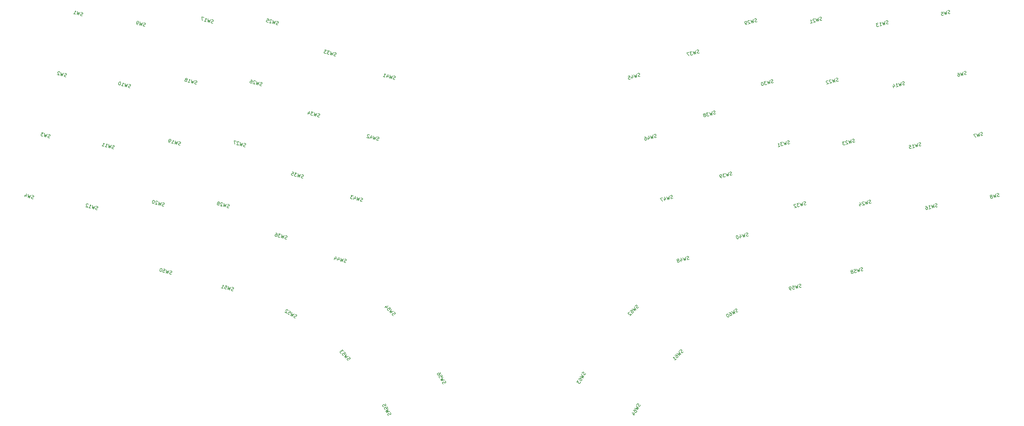
<source format=gbo>
G04 #@! TF.GenerationSoftware,KiCad,Pcbnew,(5.1.5)-3*
G04 #@! TF.CreationDate,2021-04-24T22:04:19+09:00*
G04 #@! TF.ProjectId,brimstone,6272696d-7374-46f6-9e65-2e6b69636164,rev?*
G04 #@! TF.SameCoordinates,Original*
G04 #@! TF.FileFunction,Legend,Bot*
G04 #@! TF.FilePolarity,Positive*
%FSLAX46Y46*%
G04 Gerber Fmt 4.6, Leading zero omitted, Abs format (unit mm)*
G04 Created by KiCad (PCBNEW (5.1.5)-3) date 2021-04-24 22:04:19*
%MOMM*%
%LPD*%
G04 APERTURE LIST*
%ADD10C,0.150000*%
%ADD11O,1.702000X1.702000*%
%ADD12R,1.702000X1.702000*%
%ADD13C,1.702000*%
%ADD14R,1.302000X1.702000*%
%ADD15C,2.082800*%
%ADD16C,1.302000*%
%ADD17C,1.802000*%
%ADD18C,2.102000*%
%ADD19C,1.852000*%
%ADD20C,2.352000*%
%ADD21C,4.089800*%
%ADD22C,2.352000*%
%ADD23C,0.100000*%
G04 APERTURE END LIST*
D10*
X119037567Y-47289738D02*
X118887253Y-47298760D01*
X118657271Y-47237136D01*
X118577603Y-47166491D01*
X118543931Y-47108169D01*
X118522584Y-47003852D01*
X118547233Y-46911859D01*
X118617879Y-46832191D01*
X118676200Y-46798519D01*
X118780518Y-46777172D01*
X118976828Y-46780474D01*
X119081146Y-46759127D01*
X119139467Y-46725455D01*
X119210113Y-46645787D01*
X119234763Y-46553794D01*
X119213416Y-46449477D01*
X119179744Y-46391155D01*
X119100076Y-46320509D01*
X118870093Y-46258886D01*
X118719779Y-46267908D01*
X118410129Y-46135639D02*
X117921327Y-47039941D01*
X117922212Y-46300695D01*
X117553356Y-46941343D01*
X117582192Y-45913794D01*
X116449440Y-46645550D02*
X117001398Y-46793447D01*
X116725419Y-46719498D02*
X116984238Y-45753573D01*
X117039257Y-45916211D01*
X117106600Y-46032854D01*
X117186269Y-46103500D01*
X116386284Y-45593351D02*
X115742333Y-45420805D01*
X115897483Y-46497653D01*
X158966436Y-119276996D02*
X158816122Y-119286018D01*
X158586140Y-119224394D01*
X158506472Y-119153749D01*
X158472800Y-119095427D01*
X158451453Y-118991110D01*
X158476102Y-118899117D01*
X158546748Y-118819449D01*
X158605069Y-118785777D01*
X158709387Y-118764430D01*
X158905697Y-118767732D01*
X159010015Y-118746385D01*
X159068336Y-118712713D01*
X159138982Y-118633045D01*
X159163632Y-118541052D01*
X159142285Y-118436735D01*
X159108613Y-118378413D01*
X159028945Y-118307767D01*
X158798962Y-118246144D01*
X158648648Y-118255166D01*
X158338998Y-118122897D02*
X157850196Y-119027199D01*
X157851081Y-118287953D01*
X157482225Y-118928601D01*
X157511061Y-117901052D01*
X156642848Y-118013507D02*
X156470302Y-118657457D01*
X156971428Y-117707159D02*
X157016540Y-118458729D01*
X156418586Y-118298508D01*
X155722919Y-117767013D02*
X155550373Y-118410963D01*
X156051499Y-117460664D02*
X156096611Y-118212235D01*
X155498656Y-118052014D01*
X168801560Y-82571815D02*
X168651246Y-82580837D01*
X168421264Y-82519213D01*
X168341596Y-82448568D01*
X168307924Y-82390246D01*
X168286577Y-82285929D01*
X168311226Y-82193936D01*
X168381872Y-82114268D01*
X168440193Y-82080596D01*
X168544511Y-82059249D01*
X168740821Y-82062551D01*
X168845139Y-82041204D01*
X168903460Y-82007532D01*
X168974106Y-81927864D01*
X168998756Y-81835871D01*
X168977409Y-81731554D01*
X168943737Y-81673232D01*
X168864069Y-81602586D01*
X168634086Y-81540963D01*
X168483772Y-81549985D01*
X168174122Y-81417716D02*
X167685320Y-82322018D01*
X167686205Y-81582772D01*
X167317349Y-82223420D01*
X167346185Y-81195871D01*
X166477972Y-81308326D02*
X166305426Y-81952276D01*
X166806552Y-81001978D02*
X166851664Y-81753548D01*
X166253710Y-81593327D01*
X166079631Y-80955096D02*
X166045959Y-80896775D01*
X165966291Y-80826129D01*
X165736309Y-80764506D01*
X165631991Y-80785853D01*
X165573670Y-80819525D01*
X165503024Y-80899193D01*
X165478375Y-80991186D01*
X165487397Y-81141500D01*
X165891458Y-81841354D01*
X165293504Y-81681133D01*
X163883998Y-100924405D02*
X163733684Y-100933427D01*
X163503702Y-100871803D01*
X163424034Y-100801158D01*
X163390362Y-100742836D01*
X163369015Y-100638519D01*
X163393664Y-100546526D01*
X163464310Y-100466858D01*
X163522631Y-100433186D01*
X163626949Y-100411839D01*
X163823259Y-100415141D01*
X163927577Y-100393794D01*
X163985898Y-100360122D01*
X164056544Y-100280454D01*
X164081194Y-100188461D01*
X164059847Y-100084144D01*
X164026175Y-100025822D01*
X163946507Y-99955176D01*
X163716524Y-99893553D01*
X163566210Y-99902575D01*
X163256560Y-99770306D02*
X162767758Y-100674608D01*
X162768643Y-99935362D01*
X162399787Y-100576010D01*
X162428623Y-99548461D01*
X161560410Y-99660916D02*
X161387864Y-100304866D01*
X161888990Y-99354568D02*
X161934102Y-100106138D01*
X161336148Y-99945917D01*
X161232715Y-99228018D02*
X160634761Y-99067797D01*
X160858139Y-99522042D01*
X160720149Y-99485068D01*
X160615831Y-99506415D01*
X160557510Y-99540086D01*
X160486864Y-99619755D01*
X160425241Y-99849737D01*
X160446588Y-99954055D01*
X160480260Y-100012376D01*
X160559928Y-100083022D01*
X160835907Y-100156970D01*
X160940224Y-100135623D01*
X160998545Y-100101951D01*
X173719122Y-64219224D02*
X173568808Y-64228246D01*
X173338826Y-64166622D01*
X173259158Y-64095977D01*
X173225486Y-64037655D01*
X173204139Y-63933338D01*
X173228788Y-63841345D01*
X173299434Y-63761677D01*
X173357755Y-63728005D01*
X173462073Y-63706658D01*
X173658383Y-63709960D01*
X173762701Y-63688613D01*
X173821022Y-63654941D01*
X173891668Y-63575273D01*
X173916318Y-63483280D01*
X173894971Y-63378963D01*
X173861299Y-63320641D01*
X173781631Y-63249995D01*
X173551648Y-63188372D01*
X173401334Y-63197394D01*
X173091684Y-63065125D02*
X172602882Y-63969427D01*
X172603767Y-63230181D01*
X172234911Y-63870829D01*
X172263747Y-62843280D01*
X171395534Y-62955735D02*
X171222988Y-63599685D01*
X171724114Y-62649387D02*
X171769226Y-63400957D01*
X171171272Y-63240736D01*
X170211066Y-63328542D02*
X170763024Y-63476438D01*
X170487045Y-63402490D02*
X170745864Y-62436564D01*
X170800883Y-62599203D01*
X170868226Y-62715845D01*
X170947894Y-62786491D01*
X247513410Y-162146726D02*
X247483221Y-162294253D01*
X247364174Y-162500450D01*
X247275315Y-162559119D01*
X247210266Y-162576549D01*
X247103978Y-162570169D01*
X247021500Y-162522550D01*
X246962831Y-162433692D01*
X246945401Y-162368643D01*
X246951781Y-162262355D01*
X247005779Y-162073588D01*
X247012159Y-161967300D01*
X246994729Y-161902251D01*
X246936060Y-161813393D01*
X246853582Y-161765773D01*
X246747293Y-161759394D01*
X246682245Y-161776824D01*
X246593386Y-161835493D01*
X246474339Y-162041689D01*
X246444149Y-162189217D01*
X246236243Y-162454082D02*
X246983221Y-163160279D01*
X246269394Y-162968093D01*
X246792745Y-163490193D01*
X245807672Y-163196390D01*
X245402910Y-163897458D02*
X245498148Y-163732501D01*
X245587007Y-163673832D01*
X245652055Y-163656402D01*
X245823392Y-163645352D01*
X246012159Y-163699351D01*
X246342074Y-163889827D01*
X246400743Y-163978685D01*
X246418172Y-164043734D01*
X246411793Y-164150022D01*
X246316555Y-164314979D01*
X246227696Y-164373648D01*
X246162647Y-164391078D01*
X246056359Y-164384698D01*
X245850163Y-164265651D01*
X245791494Y-164176792D01*
X245774064Y-164111744D01*
X245780444Y-164005455D01*
X245875682Y-163840498D01*
X245964540Y-163781829D01*
X246029589Y-163764399D01*
X246135877Y-163770779D01*
X245215395Y-164888911D02*
X245792745Y-165222244D01*
X245004528Y-164492238D02*
X245742165Y-164643184D01*
X245432641Y-165179295D01*
X231058928Y-152646726D02*
X231028739Y-152794253D01*
X230909692Y-153000450D01*
X230820833Y-153059119D01*
X230755784Y-153076549D01*
X230649496Y-153070169D01*
X230567018Y-153022550D01*
X230508349Y-152933692D01*
X230490919Y-152868643D01*
X230497299Y-152762355D01*
X230551297Y-152573588D01*
X230557677Y-152467300D01*
X230540247Y-152402251D01*
X230481578Y-152313393D01*
X230399100Y-152265773D01*
X230292811Y-152259394D01*
X230227763Y-152276824D01*
X230138904Y-152335493D01*
X230019857Y-152541689D01*
X229989667Y-152689217D01*
X229781761Y-152954082D02*
X230528739Y-153660279D01*
X229814912Y-153468093D01*
X230338263Y-153990193D01*
X229353190Y-153696390D01*
X228948428Y-154397458D02*
X229043666Y-154232501D01*
X229132525Y-154173832D01*
X229197573Y-154156402D01*
X229368910Y-154145352D01*
X229557677Y-154199351D01*
X229887592Y-154389827D01*
X229946261Y-154478685D01*
X229963690Y-154543734D01*
X229957311Y-154650022D01*
X229862073Y-154814979D01*
X229773214Y-154873648D01*
X229708165Y-154891078D01*
X229601877Y-154884698D01*
X229395681Y-154765651D01*
X229337012Y-154676792D01*
X229319582Y-154611744D01*
X229325962Y-154505455D01*
X229421200Y-154340498D01*
X229510058Y-154281829D01*
X229575107Y-154264399D01*
X229681395Y-154270779D01*
X228734142Y-154768612D02*
X228424619Y-155304723D01*
X228921200Y-155206524D01*
X228849771Y-155330242D01*
X228843391Y-155436530D01*
X228860821Y-155501578D01*
X228919490Y-155590437D01*
X229125687Y-155709484D01*
X229231975Y-155715864D01*
X229297024Y-155698434D01*
X229385882Y-155639765D01*
X229528739Y-155392330D01*
X229535119Y-155286041D01*
X229517689Y-155220993D01*
X246964296Y-132678754D02*
X246896952Y-132813441D01*
X246728594Y-132981800D01*
X246627578Y-133015471D01*
X246560235Y-133015471D01*
X246459220Y-132981800D01*
X246391876Y-132914456D01*
X246358204Y-132813441D01*
X246358204Y-132746097D01*
X246391876Y-132645082D01*
X246492891Y-132476723D01*
X246526563Y-132375708D01*
X246526563Y-132308365D01*
X246492891Y-132207349D01*
X246425548Y-132140006D01*
X246324533Y-132106334D01*
X246257189Y-132106334D01*
X246156174Y-132140006D01*
X245987815Y-132308365D01*
X245920472Y-132443052D01*
X245651098Y-132645082D02*
X246189846Y-133520548D01*
X245550082Y-133150158D01*
X245920472Y-133789922D01*
X245045006Y-133251174D01*
X244472586Y-133823593D02*
X244607273Y-133688906D01*
X244708289Y-133655235D01*
X244775632Y-133655235D01*
X244943991Y-133688906D01*
X245112350Y-133789922D01*
X245381724Y-134059296D01*
X245415395Y-134160311D01*
X245415395Y-134227654D01*
X245381724Y-134328670D01*
X245247037Y-134463357D01*
X245146021Y-134497028D01*
X245078678Y-134497028D01*
X244977663Y-134463357D01*
X244809304Y-134294998D01*
X244775632Y-134193983D01*
X244775632Y-134126639D01*
X244809304Y-134025624D01*
X244943991Y-133890937D01*
X245045006Y-133857265D01*
X245112350Y-133857265D01*
X245213365Y-133890937D01*
X244203212Y-134227654D02*
X244135869Y-134227654D01*
X244034854Y-134261326D01*
X243866495Y-134429685D01*
X243832823Y-134530700D01*
X243832823Y-134598044D01*
X243866495Y-134699059D01*
X243933838Y-134766402D01*
X244068525Y-134833746D01*
X244876647Y-134833746D01*
X244438915Y-135271479D01*
X260399325Y-146113783D02*
X260331981Y-146248470D01*
X260163623Y-146416829D01*
X260062607Y-146450500D01*
X259995264Y-146450500D01*
X259894249Y-146416829D01*
X259826905Y-146349485D01*
X259793233Y-146248470D01*
X259793233Y-146181126D01*
X259826905Y-146080111D01*
X259927920Y-145911752D01*
X259961592Y-145810737D01*
X259961592Y-145743394D01*
X259927920Y-145642378D01*
X259860577Y-145575035D01*
X259759562Y-145541363D01*
X259692218Y-145541363D01*
X259591203Y-145575035D01*
X259422844Y-145743394D01*
X259355501Y-145878081D01*
X259086127Y-146080111D02*
X259624875Y-146955577D01*
X258985111Y-146585187D01*
X259355501Y-147224951D01*
X258480035Y-146686203D01*
X257907615Y-147258622D02*
X258042302Y-147123935D01*
X258143318Y-147090264D01*
X258210661Y-147090264D01*
X258379020Y-147123935D01*
X258547379Y-147224951D01*
X258816753Y-147494325D01*
X258850424Y-147595340D01*
X258850424Y-147662683D01*
X258816753Y-147763699D01*
X258682066Y-147898386D01*
X258581050Y-147932057D01*
X258513707Y-147932057D01*
X258412692Y-147898386D01*
X258244333Y-147730027D01*
X258210661Y-147629012D01*
X258210661Y-147561668D01*
X258244333Y-147460653D01*
X258379020Y-147325966D01*
X258480035Y-147292294D01*
X258547379Y-147292294D01*
X258648394Y-147325966D01*
X257873944Y-148706508D02*
X258278005Y-148302447D01*
X258075974Y-148504477D02*
X257368867Y-147797370D01*
X257537226Y-147831042D01*
X257671913Y-147831042D01*
X257772928Y-147797370D01*
X276855924Y-133987146D02*
X276756016Y-134099814D01*
X276549819Y-134218861D01*
X276443531Y-134225241D01*
X276378482Y-134207811D01*
X276289624Y-134149142D01*
X276242005Y-134066663D01*
X276235625Y-133960375D01*
X276253055Y-133895326D01*
X276311724Y-133806468D01*
X276452872Y-133669991D01*
X276511541Y-133581132D01*
X276528970Y-133516084D01*
X276522591Y-133409795D01*
X276474972Y-133327317D01*
X276386113Y-133268648D01*
X276321064Y-133251218D01*
X276214776Y-133257598D01*
X276008580Y-133376645D01*
X275908671Y-133489313D01*
X275596187Y-133614741D02*
X275889990Y-134599814D01*
X275367890Y-134076462D01*
X275560076Y-134790290D01*
X274853879Y-134043312D01*
X274152811Y-134448074D02*
X274317768Y-134352836D01*
X274424056Y-134346456D01*
X274489105Y-134363886D01*
X274643012Y-134439985D01*
X274779490Y-134581132D01*
X274969966Y-134911047D01*
X274976346Y-135017335D01*
X274958916Y-135082384D01*
X274900247Y-135171242D01*
X274735290Y-135266480D01*
X274629002Y-135272860D01*
X274563953Y-135255430D01*
X274475094Y-135196761D01*
X274356047Y-134990565D01*
X274349667Y-134884276D01*
X274367097Y-134819228D01*
X274425766Y-134730369D01*
X274590723Y-134635131D01*
X274697011Y-134628751D01*
X274762060Y-134646181D01*
X274850918Y-134704850D01*
X273534222Y-134805217D02*
X273451743Y-134852836D01*
X273393074Y-134941694D01*
X273375644Y-135006743D01*
X273382024Y-135113031D01*
X273436023Y-135301798D01*
X273555070Y-135507994D01*
X273691548Y-135649142D01*
X273780406Y-135707811D01*
X273845455Y-135725241D01*
X273951743Y-135718861D01*
X274034222Y-135671242D01*
X274092891Y-135582384D01*
X274110320Y-135517335D01*
X274103941Y-135411047D01*
X274049942Y-135222280D01*
X273930894Y-135016084D01*
X273794417Y-134874936D01*
X273705558Y-134816267D01*
X273640510Y-134798837D01*
X273534222Y-134805217D01*
X295896845Y-126655050D02*
X295771181Y-126738021D01*
X295541198Y-126799644D01*
X295436881Y-126778297D01*
X295378560Y-126744626D01*
X295307914Y-126664957D01*
X295283264Y-126572965D01*
X295304611Y-126468647D01*
X295338283Y-126410326D01*
X295417951Y-126339680D01*
X295589612Y-126244384D01*
X295669281Y-126173739D01*
X295702952Y-126115417D01*
X295724299Y-126011100D01*
X295699650Y-125919107D01*
X295629004Y-125839439D01*
X295570683Y-125805767D01*
X295466365Y-125784420D01*
X295236383Y-125846043D01*
X295110718Y-125929014D01*
X294776418Y-125969291D02*
X294805255Y-126996840D01*
X294436398Y-126356192D01*
X294437283Y-127095438D01*
X293948482Y-126191135D01*
X293120545Y-126412980D02*
X293580510Y-126289733D01*
X293749754Y-126737373D01*
X293691432Y-126703701D01*
X293587115Y-126682354D01*
X293357132Y-126743978D01*
X293277464Y-126814624D01*
X293243792Y-126872945D01*
X293222445Y-126977263D01*
X293284069Y-127207245D01*
X293354715Y-127286913D01*
X293413036Y-127320585D01*
X293517354Y-127341932D01*
X293747336Y-127280308D01*
X293827004Y-127209662D01*
X293860676Y-127151341D01*
X292873403Y-127514478D02*
X292689417Y-127563777D01*
X292585100Y-127542430D01*
X292526778Y-127508758D01*
X292397811Y-127395418D01*
X292302516Y-127223757D01*
X292203918Y-126855785D01*
X292225265Y-126751468D01*
X292258937Y-126693146D01*
X292338605Y-126622500D01*
X292522591Y-126573202D01*
X292626909Y-126594549D01*
X292685230Y-126628220D01*
X292755876Y-126707889D01*
X292817500Y-126937871D01*
X292796153Y-127042189D01*
X292762481Y-127100510D01*
X292682813Y-127171156D01*
X292498827Y-127220455D01*
X292394509Y-127199108D01*
X292336188Y-127165436D01*
X292265542Y-127085768D01*
X314442620Y-121685725D02*
X314316956Y-121768696D01*
X314086973Y-121830319D01*
X313982656Y-121808972D01*
X313924335Y-121775301D01*
X313853689Y-121695632D01*
X313829039Y-121603640D01*
X313850386Y-121499322D01*
X313884058Y-121441001D01*
X313963726Y-121370355D01*
X314135387Y-121275059D01*
X314215056Y-121204414D01*
X314248727Y-121146092D01*
X314270074Y-121041775D01*
X314245425Y-120949782D01*
X314174779Y-120870114D01*
X314116458Y-120836442D01*
X314012140Y-120815095D01*
X313782158Y-120876718D01*
X313656493Y-120959689D01*
X313322193Y-120999966D02*
X313351030Y-122027515D01*
X312982173Y-121386867D01*
X312983058Y-122126113D01*
X312494257Y-121221810D01*
X311666320Y-121443655D02*
X312126285Y-121320408D01*
X312295529Y-121768048D01*
X312237207Y-121734376D01*
X312132890Y-121713029D01*
X311902907Y-121774653D01*
X311823239Y-121845299D01*
X311789567Y-121903620D01*
X311768220Y-122007938D01*
X311829844Y-122237920D01*
X311900490Y-122317588D01*
X311958811Y-122351260D01*
X312063129Y-122372607D01*
X312293111Y-122310983D01*
X312372779Y-122240337D01*
X312406451Y-122182016D01*
X311179289Y-122017845D02*
X311258957Y-121947199D01*
X311292629Y-121888878D01*
X311313976Y-121784560D01*
X311301651Y-121738564D01*
X311231005Y-121658895D01*
X311172684Y-121625224D01*
X311068366Y-121603877D01*
X310884380Y-121653175D01*
X310804712Y-121723821D01*
X310771040Y-121782143D01*
X310749693Y-121886460D01*
X310762018Y-121932457D01*
X310832664Y-122012125D01*
X310890985Y-122045797D01*
X310995303Y-122067144D01*
X311179289Y-122017845D01*
X311283606Y-122039192D01*
X311341928Y-122072864D01*
X311412573Y-122152532D01*
X311461872Y-122336518D01*
X311440525Y-122440835D01*
X311406853Y-122499157D01*
X311327185Y-122569802D01*
X311143199Y-122619101D01*
X311038882Y-122597754D01*
X310980561Y-122564083D01*
X310909915Y-122484414D01*
X310860616Y-122300428D01*
X310881963Y-122196111D01*
X310915635Y-122137790D01*
X310995303Y-122067144D01*
X188285206Y-155859935D02*
X188172538Y-155760027D01*
X188053491Y-155553830D01*
X188047111Y-155447542D01*
X188064541Y-155382493D01*
X188123210Y-155293635D01*
X188205689Y-155246016D01*
X188311977Y-155239636D01*
X188377026Y-155257066D01*
X188465884Y-155315735D01*
X188602361Y-155456883D01*
X188691220Y-155515552D01*
X188756268Y-155532981D01*
X188862557Y-155526602D01*
X188945035Y-155478983D01*
X189003704Y-155390124D01*
X189021134Y-155325075D01*
X189014754Y-155218787D01*
X188895707Y-155012591D01*
X188783039Y-154912682D01*
X188657611Y-154600198D02*
X187672538Y-154894001D01*
X188195890Y-154371901D01*
X187482062Y-154564087D01*
X188229040Y-153857890D01*
X187800469Y-153115583D02*
X188038564Y-153527976D01*
X187649980Y-153807310D01*
X187667410Y-153742262D01*
X187661030Y-153635973D01*
X187541983Y-153429777D01*
X187453124Y-153371108D01*
X187388076Y-153353678D01*
X187281787Y-153360058D01*
X187075591Y-153479105D01*
X187016922Y-153567964D01*
X186999492Y-153633013D01*
X187005872Y-153739301D01*
X187124919Y-153945497D01*
X187213778Y-154004166D01*
X187278827Y-154021596D01*
X187348088Y-152332036D02*
X187443326Y-152496993D01*
X187449705Y-152603281D01*
X187432276Y-152668330D01*
X187356177Y-152822237D01*
X187215029Y-152958715D01*
X186885115Y-153149191D01*
X186778827Y-153155571D01*
X186713778Y-153138141D01*
X186624919Y-153079472D01*
X186529681Y-152914515D01*
X186523302Y-152808226D01*
X186540731Y-152743178D01*
X186599400Y-152654319D01*
X186805597Y-152535272D01*
X186911885Y-152528892D01*
X186976934Y-152546322D01*
X187065792Y-152604991D01*
X187161030Y-152769948D01*
X187167410Y-152876236D01*
X187149980Y-152941285D01*
X187091311Y-153030143D01*
X171830723Y-165359936D02*
X171718055Y-165260028D01*
X171599008Y-165053831D01*
X171592628Y-164947543D01*
X171610058Y-164882494D01*
X171668727Y-164793636D01*
X171751206Y-164746017D01*
X171857494Y-164739637D01*
X171922543Y-164757067D01*
X172011401Y-164815736D01*
X172147878Y-164956884D01*
X172236737Y-165015553D01*
X172301785Y-165032982D01*
X172408074Y-165026603D01*
X172490552Y-164978984D01*
X172549221Y-164890125D01*
X172566651Y-164825076D01*
X172560271Y-164718788D01*
X172441224Y-164512592D01*
X172328556Y-164412683D01*
X172203128Y-164100199D02*
X171218055Y-164394002D01*
X171741407Y-163871902D01*
X171027579Y-164064088D01*
X171774557Y-163357891D01*
X171345986Y-162615584D02*
X171584081Y-163027977D01*
X171195497Y-163307311D01*
X171212927Y-163242263D01*
X171206547Y-163135974D01*
X171087500Y-162929778D01*
X170998641Y-162871109D01*
X170933593Y-162853679D01*
X170827304Y-162860059D01*
X170621108Y-162979106D01*
X170562439Y-163067965D01*
X170545009Y-163133014D01*
X170551389Y-163239302D01*
X170670436Y-163445498D01*
X170759295Y-163504167D01*
X170824344Y-163521597D01*
X170869795Y-161790798D02*
X171107890Y-162203191D01*
X170719307Y-162482525D01*
X170736737Y-162417476D01*
X170730357Y-162311188D01*
X170611309Y-162104992D01*
X170522451Y-162046323D01*
X170457402Y-162028893D01*
X170351114Y-162035273D01*
X170144917Y-162154320D01*
X170086248Y-162243179D01*
X170068819Y-162308227D01*
X170075198Y-162414516D01*
X170194246Y-162620712D01*
X170283104Y-162679381D01*
X170348153Y-162696811D01*
X173295561Y-135262358D02*
X173160874Y-135195014D01*
X172992515Y-135026656D01*
X172958844Y-134925640D01*
X172958844Y-134858297D01*
X172992515Y-134757282D01*
X173059859Y-134689938D01*
X173160874Y-134656266D01*
X173228218Y-134656266D01*
X173329233Y-134689938D01*
X173497592Y-134790953D01*
X173598607Y-134824625D01*
X173665950Y-134824625D01*
X173766966Y-134790953D01*
X173834309Y-134723610D01*
X173867981Y-134622595D01*
X173867981Y-134555251D01*
X173834309Y-134454236D01*
X173665950Y-134285877D01*
X173531263Y-134218534D01*
X173329233Y-133949160D02*
X172453767Y-134487908D01*
X172824157Y-133848144D01*
X172184393Y-134218534D01*
X172723141Y-133343068D01*
X172117050Y-132736977D02*
X172453767Y-133073694D01*
X172150722Y-133444083D01*
X172150722Y-133376740D01*
X172117050Y-133275725D01*
X171948691Y-133107366D01*
X171847676Y-133073694D01*
X171780332Y-133073694D01*
X171679317Y-133107366D01*
X171510958Y-133275725D01*
X171477287Y-133376740D01*
X171477287Y-133444083D01*
X171510958Y-133545099D01*
X171679317Y-133713457D01*
X171780332Y-133747129D01*
X171847676Y-133747129D01*
X171241584Y-132332916D02*
X170770180Y-132804320D01*
X171679317Y-132231900D02*
X171342600Y-132905335D01*
X170904867Y-132467603D01*
X159746812Y-148774312D02*
X159612125Y-148706968D01*
X159443766Y-148538610D01*
X159410095Y-148437594D01*
X159410095Y-148370251D01*
X159443766Y-148269236D01*
X159511110Y-148201892D01*
X159612125Y-148168220D01*
X159679469Y-148168220D01*
X159780484Y-148201892D01*
X159948843Y-148302907D01*
X160049858Y-148336579D01*
X160117201Y-148336579D01*
X160218217Y-148302907D01*
X160285560Y-148235564D01*
X160319232Y-148134549D01*
X160319232Y-148067205D01*
X160285560Y-147966190D01*
X160117201Y-147797831D01*
X159982514Y-147730488D01*
X159780484Y-147461114D02*
X158905018Y-147999862D01*
X159275408Y-147360098D01*
X158635644Y-147730488D01*
X159174392Y-146855022D01*
X158568301Y-146248931D02*
X158905018Y-146585648D01*
X158601973Y-146956037D01*
X158601973Y-146888694D01*
X158568301Y-146787679D01*
X158399942Y-146619320D01*
X158298927Y-146585648D01*
X158231583Y-146585648D01*
X158130568Y-146619320D01*
X157962209Y-146787679D01*
X157928538Y-146888694D01*
X157928538Y-146956037D01*
X157962209Y-147057053D01*
X158130568Y-147225411D01*
X158231583Y-147259083D01*
X158298927Y-147259083D01*
X158298927Y-145979557D02*
X157861194Y-145541824D01*
X157827522Y-146046900D01*
X157726507Y-145945885D01*
X157625492Y-145912213D01*
X157558148Y-145912213D01*
X157457133Y-145945885D01*
X157288774Y-146114244D01*
X157255103Y-146215259D01*
X157255103Y-146282602D01*
X157288774Y-146383618D01*
X157490805Y-146585648D01*
X157591820Y-146619320D01*
X157659164Y-146619320D01*
X143857712Y-135999930D02*
X143710185Y-135969741D01*
X143503988Y-135850694D01*
X143445319Y-135761835D01*
X143427889Y-135696786D01*
X143434269Y-135590498D01*
X143481888Y-135508020D01*
X143570746Y-135449351D01*
X143635795Y-135431921D01*
X143742083Y-135438301D01*
X143930850Y-135492299D01*
X144037138Y-135498679D01*
X144102187Y-135481249D01*
X144191045Y-135422580D01*
X144238665Y-135340102D01*
X144245044Y-135233813D01*
X144227614Y-135168765D01*
X144168945Y-135079906D01*
X143962749Y-134960859D01*
X143815221Y-134930669D01*
X143550356Y-134722763D02*
X142844159Y-135469741D01*
X143036345Y-134755914D01*
X142514245Y-135279265D01*
X142808048Y-134294192D01*
X142065741Y-133865621D02*
X142478134Y-134103716D01*
X142281278Y-134539918D01*
X142263848Y-134474870D01*
X142205179Y-134386011D01*
X141998983Y-134266964D01*
X141892694Y-134260584D01*
X141827646Y-134278014D01*
X141738787Y-134336683D01*
X141619740Y-134542879D01*
X141613360Y-134649167D01*
X141630790Y-134714216D01*
X141689459Y-134803075D01*
X141895655Y-134922122D01*
X142001943Y-134928502D01*
X142066992Y-134911072D01*
X141646968Y-133733813D02*
X141629538Y-133668765D01*
X141570869Y-133579906D01*
X141364673Y-133460859D01*
X141258385Y-133454479D01*
X141193336Y-133471909D01*
X141104477Y-133530578D01*
X141056858Y-133613056D01*
X141026669Y-133760584D01*
X141235826Y-134541170D01*
X140699715Y-134231646D01*
X125105775Y-127803754D02*
X124955461Y-127812776D01*
X124725479Y-127751152D01*
X124645811Y-127680507D01*
X124612139Y-127622185D01*
X124590792Y-127517868D01*
X124615441Y-127425875D01*
X124686087Y-127346207D01*
X124744408Y-127312535D01*
X124848726Y-127291188D01*
X125045036Y-127294490D01*
X125149354Y-127273143D01*
X125207675Y-127239471D01*
X125278321Y-127159803D01*
X125302971Y-127067810D01*
X125281624Y-126963493D01*
X125247952Y-126905171D01*
X125168284Y-126834525D01*
X124938301Y-126772902D01*
X124787987Y-126781924D01*
X124478337Y-126649655D02*
X123989535Y-127553957D01*
X123990420Y-126814711D01*
X123621564Y-127455359D01*
X123650400Y-126427810D01*
X122822464Y-126205965D02*
X123282428Y-126329212D01*
X123205178Y-126801501D01*
X123171506Y-126743180D01*
X123091838Y-126672534D01*
X122861855Y-126610911D01*
X122757538Y-126632258D01*
X122699217Y-126665930D01*
X122628571Y-126745598D01*
X122566947Y-126975580D01*
X122588294Y-127079898D01*
X122621966Y-127138219D01*
X122701634Y-127208865D01*
X122931616Y-127270488D01*
X123035934Y-127249141D01*
X123094255Y-127215470D01*
X121597719Y-126913072D02*
X122149677Y-127060968D01*
X121873698Y-126987020D02*
X122132517Y-126021094D01*
X122187536Y-126183733D01*
X122254879Y-126300375D01*
X122334547Y-126371021D01*
X106559999Y-122834429D02*
X106409685Y-122843451D01*
X106179703Y-122781827D01*
X106100035Y-122711182D01*
X106066363Y-122652860D01*
X106045016Y-122548543D01*
X106069665Y-122456550D01*
X106140311Y-122376882D01*
X106198632Y-122343210D01*
X106302950Y-122321863D01*
X106499260Y-122325165D01*
X106603578Y-122303818D01*
X106661899Y-122270146D01*
X106732545Y-122190478D01*
X106757195Y-122098485D01*
X106735848Y-121994168D01*
X106702176Y-121935846D01*
X106622508Y-121865200D01*
X106392525Y-121803577D01*
X106242211Y-121812599D01*
X105932561Y-121680330D02*
X105443759Y-122584632D01*
X105444644Y-121845386D01*
X105075788Y-122486034D01*
X105104624Y-121458485D01*
X104276688Y-121236640D02*
X104736652Y-121359887D01*
X104659402Y-121832176D01*
X104625730Y-121773855D01*
X104546062Y-121703209D01*
X104316079Y-121641586D01*
X104211762Y-121662933D01*
X104153441Y-121696605D01*
X104082795Y-121776273D01*
X104021171Y-122006255D01*
X104042518Y-122110573D01*
X104076190Y-122168894D01*
X104155858Y-122239540D01*
X104385840Y-122301163D01*
X104490158Y-122279816D01*
X104548479Y-122246145D01*
X103632737Y-121064094D02*
X103540744Y-121039444D01*
X103436427Y-121060792D01*
X103378105Y-121094463D01*
X103307460Y-121174131D01*
X103212164Y-121345793D01*
X103150541Y-121575775D01*
X103147238Y-121772086D01*
X103168585Y-121876403D01*
X103202257Y-121934724D01*
X103281925Y-122005370D01*
X103373918Y-122030020D01*
X103478236Y-122008673D01*
X103536557Y-121975001D01*
X103607203Y-121895333D01*
X103702498Y-121723672D01*
X103764122Y-121493689D01*
X103767424Y-121297379D01*
X103746077Y-121193061D01*
X103712405Y-121134740D01*
X103632737Y-121064094D01*
X262184540Y-118295595D02*
X262058876Y-118378566D01*
X261828893Y-118440189D01*
X261724576Y-118418842D01*
X261666255Y-118385171D01*
X261595609Y-118305502D01*
X261570959Y-118213510D01*
X261592306Y-118109192D01*
X261625978Y-118050871D01*
X261705646Y-117980225D01*
X261877307Y-117884929D01*
X261956976Y-117814284D01*
X261990647Y-117755962D01*
X262011994Y-117651645D01*
X261987345Y-117559652D01*
X261916699Y-117479984D01*
X261858378Y-117446312D01*
X261754060Y-117424965D01*
X261524078Y-117486588D01*
X261398413Y-117569559D01*
X261064113Y-117609836D02*
X261092950Y-118637385D01*
X260724093Y-117996737D01*
X260724978Y-118735983D01*
X260236177Y-117831680D01*
X259540510Y-118363176D02*
X259713056Y-119007126D01*
X259671894Y-117933581D02*
X260086747Y-118561904D01*
X259488793Y-118722125D01*
X258921209Y-118627715D02*
X259000877Y-118557069D01*
X259034549Y-118498748D01*
X259055896Y-118394430D01*
X259043571Y-118348434D01*
X258972925Y-118268765D01*
X258914604Y-118235094D01*
X258810286Y-118213747D01*
X258626300Y-118263045D01*
X258546632Y-118333691D01*
X258512960Y-118392013D01*
X258491613Y-118496330D01*
X258503938Y-118542327D01*
X258574584Y-118621995D01*
X258632905Y-118655667D01*
X258737223Y-118677014D01*
X258921209Y-118627715D01*
X259025526Y-118649062D01*
X259083848Y-118682734D01*
X259154493Y-118762402D01*
X259203792Y-118946388D01*
X259182445Y-119050705D01*
X259148773Y-119109027D01*
X259069105Y-119179672D01*
X258885119Y-119228971D01*
X258780802Y-119207624D01*
X258722481Y-119173953D01*
X258651835Y-119094284D01*
X258602536Y-118910298D01*
X258623883Y-118805981D01*
X258657555Y-118747660D01*
X258737223Y-118677014D01*
X257266978Y-99943005D02*
X257141314Y-100025976D01*
X256911331Y-100087599D01*
X256807014Y-100066252D01*
X256748693Y-100032581D01*
X256678047Y-99952912D01*
X256653397Y-99860920D01*
X256674744Y-99756602D01*
X256708416Y-99698281D01*
X256788084Y-99627635D01*
X256959745Y-99532339D01*
X257039414Y-99461694D01*
X257073085Y-99403372D01*
X257094432Y-99299055D01*
X257069783Y-99207062D01*
X256999137Y-99127394D01*
X256940816Y-99093722D01*
X256836498Y-99072375D01*
X256606516Y-99133998D01*
X256480851Y-99216969D01*
X256146551Y-99257246D02*
X256175388Y-100284795D01*
X255806531Y-99644147D01*
X255807416Y-100383393D01*
X255318615Y-99479090D01*
X254622948Y-100010586D02*
X254795494Y-100654536D01*
X254754332Y-99580991D02*
X255169185Y-100209314D01*
X254571231Y-100369535D01*
X254122707Y-99799533D02*
X253478756Y-99972079D01*
X254151543Y-100827082D01*
X252397712Y-81577473D02*
X252272048Y-81660444D01*
X252042065Y-81722067D01*
X251937748Y-81700720D01*
X251879427Y-81667049D01*
X251808781Y-81587380D01*
X251784131Y-81495388D01*
X251805478Y-81391070D01*
X251839150Y-81332749D01*
X251918818Y-81262103D01*
X252090479Y-81166807D01*
X252170148Y-81096162D01*
X252203819Y-81037840D01*
X252225166Y-80933523D01*
X252200517Y-80841530D01*
X252129871Y-80761862D01*
X252071550Y-80728190D01*
X251967232Y-80706843D01*
X251737250Y-80768466D01*
X251611585Y-80851437D01*
X251277285Y-80891714D02*
X251306122Y-81919263D01*
X250937265Y-81278615D01*
X250938150Y-82017861D01*
X250449349Y-81113558D01*
X249753682Y-81645054D02*
X249926228Y-82289004D01*
X249885066Y-81215459D02*
X250299919Y-81843782D01*
X249701965Y-82004003D01*
X248747479Y-81569573D02*
X248931465Y-81520274D01*
X249035783Y-81541621D01*
X249094104Y-81575293D01*
X249223071Y-81688633D01*
X249318367Y-81860294D01*
X249416964Y-82228266D01*
X249395617Y-82332583D01*
X249361945Y-82390905D01*
X249282277Y-82461550D01*
X249098291Y-82510849D01*
X248993974Y-82489502D01*
X248935653Y-82455831D01*
X248865007Y-82376162D01*
X248803383Y-82146180D01*
X248824730Y-82041862D01*
X248858402Y-81983541D01*
X248938070Y-81912895D01*
X249122056Y-81863596D01*
X249226374Y-81884943D01*
X249284695Y-81918615D01*
X249355341Y-81998283D01*
X247480150Y-63224882D02*
X247354486Y-63307853D01*
X247124503Y-63369476D01*
X247020186Y-63348129D01*
X246961865Y-63314458D01*
X246891219Y-63234789D01*
X246866569Y-63142797D01*
X246887916Y-63038479D01*
X246921588Y-62980158D01*
X247001256Y-62909512D01*
X247172917Y-62814216D01*
X247252586Y-62743571D01*
X247286257Y-62685249D01*
X247307604Y-62580932D01*
X247282955Y-62488939D01*
X247212309Y-62409271D01*
X247153988Y-62375599D01*
X247049670Y-62354252D01*
X246819688Y-62415875D01*
X246694023Y-62498846D01*
X246359723Y-62539123D02*
X246388560Y-63566672D01*
X246019703Y-62926024D01*
X246020588Y-63665270D01*
X245531787Y-62760967D01*
X244836120Y-63292463D02*
X245008666Y-63936413D01*
X244967504Y-62862868D02*
X245382357Y-63491191D01*
X244784403Y-63651412D01*
X243783921Y-63229307D02*
X244243886Y-63106059D01*
X244413129Y-63553699D01*
X244354808Y-63520028D01*
X244250490Y-63498681D01*
X244020508Y-63560304D01*
X243940840Y-63630950D01*
X243907168Y-63689271D01*
X243885821Y-63793589D01*
X243947445Y-64023571D01*
X244018091Y-64103240D01*
X244076412Y-64136911D01*
X244180729Y-64158258D01*
X244410712Y-64096635D01*
X244490380Y-64025989D01*
X244524052Y-63967668D01*
X279967728Y-111252997D02*
X279842064Y-111335968D01*
X279612081Y-111397591D01*
X279507764Y-111376244D01*
X279449443Y-111342573D01*
X279378797Y-111262904D01*
X279354147Y-111170912D01*
X279375494Y-111066594D01*
X279409166Y-111008273D01*
X279488834Y-110937627D01*
X279660495Y-110842331D01*
X279740164Y-110771686D01*
X279773835Y-110713364D01*
X279795182Y-110609047D01*
X279770533Y-110517054D01*
X279699887Y-110437386D01*
X279641566Y-110403714D01*
X279537248Y-110382367D01*
X279307266Y-110443990D01*
X279181601Y-110526961D01*
X278847301Y-110567238D02*
X278876138Y-111594787D01*
X278507281Y-110954139D01*
X278508166Y-111693385D01*
X278019365Y-110789082D01*
X277323698Y-111320578D02*
X277496244Y-111964528D01*
X277455082Y-110890983D02*
X277869935Y-111519306D01*
X277271981Y-111679527D01*
X276547478Y-111183473D02*
X276455485Y-111208123D01*
X276375817Y-111278769D01*
X276342145Y-111337090D01*
X276320798Y-111441407D01*
X276324100Y-111637718D01*
X276385724Y-111867700D01*
X276481019Y-112039362D01*
X276551665Y-112119030D01*
X276609986Y-112152702D01*
X276714304Y-112174049D01*
X276806297Y-112149399D01*
X276885965Y-112078753D01*
X276919637Y-112020432D01*
X276940984Y-111916114D01*
X276937681Y-111719804D01*
X276876058Y-111489821D01*
X276780762Y-111318160D01*
X276710117Y-111238492D01*
X276651795Y-111204820D01*
X276547478Y-111183473D01*
X275050166Y-92900406D02*
X274924502Y-92983377D01*
X274694519Y-93045000D01*
X274590202Y-93023653D01*
X274531881Y-92989982D01*
X274461235Y-92910313D01*
X274436585Y-92818321D01*
X274457932Y-92714003D01*
X274491604Y-92655682D01*
X274571272Y-92585036D01*
X274742933Y-92489740D01*
X274822602Y-92419095D01*
X274856273Y-92360773D01*
X274877620Y-92256456D01*
X274852971Y-92164463D01*
X274782325Y-92084795D01*
X274724004Y-92051123D01*
X274619686Y-92029776D01*
X274389704Y-92091399D01*
X274264039Y-92174370D01*
X273929739Y-92214647D02*
X273958576Y-93242196D01*
X273589719Y-92601548D01*
X273590604Y-93340794D01*
X273101803Y-92436491D01*
X272825824Y-92510440D02*
X272227870Y-92670661D01*
X272648443Y-92952360D01*
X272510453Y-92989334D01*
X272430785Y-93059980D01*
X272397113Y-93118301D01*
X272375766Y-93222619D01*
X272437390Y-93452601D01*
X272508036Y-93532269D01*
X272566357Y-93565941D01*
X272670675Y-93587288D01*
X272946654Y-93513340D01*
X273026322Y-93442694D01*
X273059994Y-93384373D01*
X272026724Y-93759834D02*
X271842738Y-93809133D01*
X271738421Y-93787786D01*
X271680099Y-93754114D01*
X271551132Y-93640774D01*
X271455837Y-93469113D01*
X271357239Y-93101141D01*
X271378586Y-92996824D01*
X271412258Y-92938502D01*
X271491926Y-92867856D01*
X271675912Y-92818558D01*
X271780230Y-92839905D01*
X271838551Y-92873576D01*
X271909197Y-92953245D01*
X271970821Y-93183227D01*
X271949474Y-93287545D01*
X271915802Y-93345866D01*
X271836134Y-93416512D01*
X271652148Y-93465811D01*
X271547830Y-93444464D01*
X271489509Y-93410792D01*
X271418863Y-93331124D01*
X270132605Y-74547815D02*
X270006941Y-74630786D01*
X269776958Y-74692409D01*
X269672641Y-74671062D01*
X269614320Y-74637391D01*
X269543674Y-74557722D01*
X269519024Y-74465730D01*
X269540371Y-74361412D01*
X269574043Y-74303091D01*
X269653711Y-74232445D01*
X269825372Y-74137149D01*
X269905041Y-74066504D01*
X269938712Y-74008182D01*
X269960059Y-73903865D01*
X269935410Y-73811872D01*
X269864764Y-73732204D01*
X269806443Y-73698532D01*
X269702125Y-73677185D01*
X269472143Y-73738808D01*
X269346478Y-73821779D01*
X269012178Y-73862056D02*
X269041015Y-74889605D01*
X268672158Y-74248957D01*
X268673043Y-74988203D01*
X268184242Y-74083900D01*
X267908263Y-74157849D02*
X267310309Y-74318070D01*
X267730882Y-74599769D01*
X267592892Y-74636743D01*
X267513224Y-74707389D01*
X267479552Y-74765710D01*
X267458205Y-74870028D01*
X267519829Y-75100010D01*
X267590475Y-75179678D01*
X267648796Y-75213350D01*
X267753114Y-75234697D01*
X268029093Y-75160749D01*
X268108761Y-75090103D01*
X268142433Y-75031782D01*
X266869274Y-74879935D02*
X266948942Y-74809289D01*
X266982614Y-74750968D01*
X267003961Y-74646650D01*
X266991636Y-74600654D01*
X266920990Y-74520985D01*
X266862669Y-74487314D01*
X266758351Y-74465967D01*
X266574365Y-74515265D01*
X266494697Y-74585911D01*
X266461025Y-74644233D01*
X266439678Y-74748550D01*
X266452003Y-74794547D01*
X266522649Y-74874215D01*
X266580970Y-74907887D01*
X266685288Y-74929234D01*
X266869274Y-74879935D01*
X266973591Y-74901282D01*
X267031913Y-74934954D01*
X267102558Y-75014622D01*
X267151857Y-75198608D01*
X267130510Y-75302925D01*
X267096838Y-75361247D01*
X267017170Y-75431892D01*
X266833184Y-75481191D01*
X266728867Y-75459844D01*
X266670546Y-75426173D01*
X266599900Y-75346504D01*
X266550601Y-75162518D01*
X266571948Y-75058201D01*
X266605620Y-74999880D01*
X266685288Y-74929234D01*
X265215043Y-56195225D02*
X265089379Y-56278196D01*
X264859396Y-56339819D01*
X264755079Y-56318472D01*
X264696758Y-56284801D01*
X264626112Y-56205132D01*
X264601462Y-56113140D01*
X264622809Y-56008822D01*
X264656481Y-55950501D01*
X264736149Y-55879855D01*
X264907810Y-55784559D01*
X264987479Y-55713914D01*
X265021150Y-55655592D01*
X265042497Y-55551275D01*
X265017848Y-55459282D01*
X264947202Y-55379614D01*
X264888881Y-55345942D01*
X264784563Y-55324595D01*
X264554581Y-55386218D01*
X264428916Y-55469189D01*
X264094616Y-55509466D02*
X264123453Y-56537015D01*
X263754596Y-55896367D01*
X263755481Y-56635613D01*
X263266680Y-55731310D01*
X262990701Y-55805259D02*
X262392747Y-55965480D01*
X262813320Y-56247179D01*
X262675330Y-56284153D01*
X262595662Y-56354799D01*
X262561990Y-56413120D01*
X262540643Y-56517438D01*
X262602267Y-56747420D01*
X262672913Y-56827088D01*
X262731234Y-56860760D01*
X262835552Y-56882107D01*
X263111531Y-56808159D01*
X263191199Y-56737513D01*
X263224871Y-56679192D01*
X262070772Y-56051753D02*
X261426821Y-56224299D01*
X262099608Y-57079302D01*
X141183248Y-112234397D02*
X141032934Y-112243419D01*
X140802952Y-112181795D01*
X140723284Y-112111150D01*
X140689612Y-112052828D01*
X140668265Y-111948511D01*
X140692914Y-111856518D01*
X140763560Y-111776850D01*
X140821881Y-111743178D01*
X140926199Y-111721831D01*
X141122509Y-111725133D01*
X141226827Y-111703786D01*
X141285148Y-111670114D01*
X141355794Y-111590446D01*
X141380444Y-111498453D01*
X141359097Y-111394136D01*
X141325425Y-111335814D01*
X141245757Y-111265168D01*
X141015774Y-111203545D01*
X140865460Y-111212567D01*
X140555810Y-111080298D02*
X140067008Y-111984600D01*
X140067893Y-111245354D01*
X139699037Y-111886002D01*
X139727873Y-110858453D01*
X139451894Y-110784505D02*
X138853940Y-110624283D01*
X139077318Y-111078528D01*
X138939328Y-111041554D01*
X138835011Y-111062901D01*
X138776690Y-111096573D01*
X138706044Y-111176241D01*
X138644420Y-111406223D01*
X138665767Y-111510541D01*
X138699439Y-111568862D01*
X138779107Y-111639508D01*
X139055086Y-111713456D01*
X139159404Y-111692109D01*
X139217725Y-111658437D01*
X138026004Y-110402438D02*
X138209990Y-110451737D01*
X138289658Y-110522383D01*
X138323330Y-110580704D01*
X138378349Y-110743343D01*
X138375046Y-110939654D01*
X138276448Y-111307625D01*
X138205802Y-111387294D01*
X138147481Y-111420965D01*
X138043164Y-111442312D01*
X137859178Y-111393014D01*
X137779510Y-111322368D01*
X137745838Y-111264047D01*
X137724491Y-111159729D01*
X137786114Y-110929747D01*
X137856760Y-110850078D01*
X137915081Y-110816407D01*
X138019399Y-110795060D01*
X138203385Y-110844358D01*
X138283053Y-110915004D01*
X138316725Y-110973325D01*
X138338072Y-111077643D01*
X146100809Y-93881807D02*
X145950495Y-93890829D01*
X145720513Y-93829205D01*
X145640845Y-93758560D01*
X145607173Y-93700238D01*
X145585826Y-93595921D01*
X145610475Y-93503928D01*
X145681121Y-93424260D01*
X145739442Y-93390588D01*
X145843760Y-93369241D01*
X146040070Y-93372543D01*
X146144388Y-93351196D01*
X146202709Y-93317524D01*
X146273355Y-93237856D01*
X146298005Y-93145863D01*
X146276658Y-93041546D01*
X146242986Y-92983224D01*
X146163318Y-92912578D01*
X145933335Y-92850955D01*
X145783021Y-92859977D01*
X145473371Y-92727708D02*
X144984569Y-93632010D01*
X144985454Y-92892764D01*
X144616598Y-93533412D01*
X144645434Y-92505863D01*
X144369455Y-92431915D02*
X143771501Y-92271693D01*
X143994879Y-92725938D01*
X143856889Y-92688964D01*
X143752572Y-92710311D01*
X143694251Y-92743983D01*
X143623605Y-92823651D01*
X143561981Y-93053633D01*
X143583328Y-93157951D01*
X143617000Y-93216272D01*
X143696668Y-93286918D01*
X143972647Y-93360866D01*
X144076965Y-93339519D01*
X144135286Y-93305847D01*
X142897568Y-92037524D02*
X143357533Y-92160771D01*
X143280282Y-92633060D01*
X143246611Y-92574739D01*
X143166942Y-92504093D01*
X142936960Y-92442470D01*
X142832642Y-92463817D01*
X142774321Y-92497488D01*
X142703675Y-92577157D01*
X142642052Y-92807139D01*
X142663399Y-92911457D01*
X142697071Y-92969778D01*
X142776739Y-93040424D01*
X143006721Y-93102047D01*
X143111039Y-93080700D01*
X143169360Y-93047028D01*
X151018371Y-75529216D02*
X150868057Y-75538238D01*
X150638075Y-75476614D01*
X150558407Y-75405969D01*
X150524735Y-75347647D01*
X150503388Y-75243330D01*
X150528037Y-75151337D01*
X150598683Y-75071669D01*
X150657004Y-75037997D01*
X150761322Y-75016650D01*
X150957632Y-75019952D01*
X151061950Y-74998605D01*
X151120271Y-74964933D01*
X151190917Y-74885265D01*
X151215567Y-74793272D01*
X151194220Y-74688955D01*
X151160548Y-74630633D01*
X151080880Y-74559987D01*
X150850897Y-74498364D01*
X150700583Y-74507386D01*
X150390933Y-74375117D02*
X149902131Y-75279419D01*
X149903016Y-74540173D01*
X149534160Y-75180821D01*
X149562996Y-74153272D01*
X149287017Y-74079324D02*
X148689063Y-73919102D01*
X148912441Y-74373347D01*
X148774451Y-74336373D01*
X148670134Y-74357720D01*
X148611813Y-74391392D01*
X148541167Y-74471060D01*
X148479543Y-74701042D01*
X148500890Y-74805360D01*
X148534562Y-74863681D01*
X148614230Y-74934327D01*
X148890209Y-75008275D01*
X148994527Y-74986928D01*
X149052848Y-74953256D01*
X147774854Y-74019233D02*
X147602308Y-74663183D01*
X148103434Y-73712884D02*
X148148546Y-74464455D01*
X147550591Y-74304234D01*
X155935933Y-57176625D02*
X155785619Y-57185647D01*
X155555637Y-57124023D01*
X155475969Y-57053378D01*
X155442297Y-56995056D01*
X155420950Y-56890739D01*
X155445599Y-56798746D01*
X155516245Y-56719078D01*
X155574566Y-56685406D01*
X155678884Y-56664059D01*
X155875194Y-56667361D01*
X155979512Y-56646014D01*
X156037833Y-56612342D01*
X156108479Y-56532674D01*
X156133129Y-56440681D01*
X156111782Y-56336364D01*
X156078110Y-56278042D01*
X155998442Y-56207396D01*
X155768459Y-56145773D01*
X155618145Y-56154795D01*
X155308495Y-56022526D02*
X154819693Y-56926828D01*
X154820578Y-56187582D01*
X154451722Y-56828230D01*
X154480558Y-55800681D01*
X154204579Y-55726733D02*
X153606625Y-55566511D01*
X153830003Y-56020756D01*
X153692013Y-55983782D01*
X153587696Y-56005129D01*
X153529375Y-56038801D01*
X153458729Y-56118469D01*
X153397105Y-56348451D01*
X153418452Y-56452769D01*
X153452124Y-56511090D01*
X153531792Y-56581736D01*
X153807771Y-56655684D01*
X153912089Y-56634337D01*
X153970410Y-56600665D01*
X153284650Y-55480238D02*
X152686696Y-55320017D01*
X152910074Y-55774262D01*
X152772084Y-55737288D01*
X152667766Y-55758635D01*
X152609445Y-55792306D01*
X152538799Y-55871975D01*
X152477176Y-56101957D01*
X152498523Y-56206275D01*
X152532195Y-56264596D01*
X152611863Y-56335242D01*
X152887842Y-56409190D01*
X152992159Y-56387843D01*
X153050480Y-56354171D01*
X297322937Y-101840412D02*
X297197273Y-101923383D01*
X296967290Y-101985006D01*
X296862973Y-101963659D01*
X296804652Y-101929988D01*
X296734006Y-101850319D01*
X296709356Y-101758327D01*
X296730703Y-101654009D01*
X296764375Y-101595688D01*
X296844043Y-101525042D01*
X297015704Y-101429746D01*
X297095373Y-101359101D01*
X297129044Y-101300779D01*
X297150391Y-101196462D01*
X297125742Y-101104469D01*
X297055096Y-101024801D01*
X296996775Y-100991129D01*
X296892457Y-100969782D01*
X296662475Y-101031405D01*
X296536810Y-101114376D01*
X296202510Y-101154653D02*
X296231347Y-102182202D01*
X295862490Y-101541554D01*
X295863375Y-102280800D01*
X295374574Y-101376497D01*
X295098595Y-101450446D02*
X294500641Y-101610667D01*
X294921214Y-101892366D01*
X294783224Y-101929340D01*
X294703556Y-101999986D01*
X294669884Y-102058307D01*
X294648537Y-102162625D01*
X294710161Y-102392607D01*
X294780807Y-102472275D01*
X294839128Y-102505947D01*
X294943446Y-102527294D01*
X295219425Y-102453346D01*
X295299093Y-102382700D01*
X295332765Y-102324379D01*
X294157319Y-101801258D02*
X294098997Y-101767586D01*
X293994680Y-101746239D01*
X293764697Y-101807862D01*
X293685029Y-101878508D01*
X293651357Y-101936830D01*
X293630010Y-102041147D01*
X293654660Y-102133140D01*
X293737630Y-102258805D01*
X294437485Y-102662866D01*
X293839531Y-102823087D01*
X292405375Y-83487821D02*
X292279711Y-83570792D01*
X292049728Y-83632415D01*
X291945411Y-83611068D01*
X291887090Y-83577397D01*
X291816444Y-83497728D01*
X291791794Y-83405736D01*
X291813141Y-83301418D01*
X291846813Y-83243097D01*
X291926481Y-83172451D01*
X292098142Y-83077155D01*
X292177811Y-83006510D01*
X292211482Y-82948188D01*
X292232829Y-82843871D01*
X292208180Y-82751878D01*
X292137534Y-82672210D01*
X292079213Y-82638538D01*
X291974895Y-82617191D01*
X291744913Y-82678814D01*
X291619248Y-82761785D01*
X291284948Y-82802062D02*
X291313785Y-83829611D01*
X290944928Y-83188963D01*
X290945813Y-83928209D01*
X290457012Y-83023906D01*
X290181033Y-83097855D02*
X289583079Y-83258076D01*
X290003652Y-83539775D01*
X289865662Y-83576749D01*
X289785994Y-83647395D01*
X289752322Y-83705716D01*
X289730975Y-83810034D01*
X289792599Y-84040016D01*
X289863245Y-84119684D01*
X289921566Y-84153356D01*
X290025884Y-84174703D01*
X290301863Y-84100755D01*
X290381531Y-84030109D01*
X290415203Y-83971788D01*
X288921969Y-84470496D02*
X289473926Y-84322600D01*
X289197947Y-84396548D02*
X288939128Y-83430622D01*
X289068095Y-83543962D01*
X289184738Y-83611306D01*
X289289055Y-83632653D01*
X287487813Y-65135231D02*
X287362149Y-65218202D01*
X287132166Y-65279825D01*
X287027849Y-65258478D01*
X286969528Y-65224807D01*
X286898882Y-65145138D01*
X286874232Y-65053146D01*
X286895579Y-64948828D01*
X286929251Y-64890507D01*
X287008919Y-64819861D01*
X287180580Y-64724565D01*
X287260249Y-64653920D01*
X287293920Y-64595598D01*
X287315267Y-64491281D01*
X287290618Y-64399288D01*
X287219972Y-64319620D01*
X287161651Y-64285948D01*
X287057333Y-64264601D01*
X286827351Y-64326224D01*
X286701686Y-64409195D01*
X286367386Y-64449472D02*
X286396223Y-65477021D01*
X286027366Y-64836373D01*
X286028251Y-65575619D01*
X285539450Y-64671316D01*
X285263471Y-64745265D02*
X284665517Y-64905486D01*
X285086090Y-65187185D01*
X284948100Y-65224159D01*
X284868432Y-65294805D01*
X284834760Y-65353126D01*
X284813413Y-65457444D01*
X284875037Y-65687426D01*
X284945683Y-65767094D01*
X285004004Y-65800766D01*
X285108322Y-65822113D01*
X285384301Y-65748165D01*
X285463969Y-65677519D01*
X285497641Y-65619198D01*
X284067563Y-65065707D02*
X283975570Y-65090357D01*
X283895902Y-65161003D01*
X283862230Y-65219324D01*
X283840883Y-65323641D01*
X283844185Y-65519952D01*
X283905809Y-65749934D01*
X284001104Y-65921596D01*
X284071750Y-66001264D01*
X284130071Y-66034936D01*
X284234389Y-66056283D01*
X284326382Y-66031633D01*
X284406050Y-65960987D01*
X284439722Y-65902666D01*
X284461069Y-65798348D01*
X284457766Y-65602038D01*
X284396143Y-65372055D01*
X284300847Y-65200394D01*
X284230202Y-65120726D01*
X284171880Y-65087054D01*
X284067563Y-65065707D01*
X282570251Y-46782640D02*
X282444587Y-46865611D01*
X282214604Y-46927234D01*
X282110287Y-46905887D01*
X282051966Y-46872216D01*
X281981320Y-46792547D01*
X281956670Y-46700555D01*
X281978017Y-46596237D01*
X282011689Y-46537916D01*
X282091357Y-46467270D01*
X282263018Y-46371974D01*
X282342687Y-46301329D01*
X282376358Y-46243007D01*
X282397705Y-46138690D01*
X282373056Y-46046697D01*
X282302410Y-45967029D01*
X282244089Y-45933357D01*
X282139771Y-45912010D01*
X281909789Y-45973633D01*
X281784124Y-46056604D01*
X281449824Y-46096881D02*
X281478661Y-47124430D01*
X281109804Y-46483782D01*
X281110689Y-47223028D01*
X280621888Y-46318725D01*
X280324562Y-46496991D02*
X280266241Y-46463320D01*
X280161923Y-46441973D01*
X279931941Y-46503596D01*
X279852272Y-46574242D01*
X279818601Y-46632563D01*
X279797254Y-46736881D01*
X279821903Y-46828874D01*
X279904874Y-46954539D01*
X280604728Y-47358600D01*
X280006774Y-47518821D01*
X279546809Y-47642068D02*
X279362823Y-47691367D01*
X279258506Y-47670020D01*
X279200184Y-47636348D01*
X279071217Y-47523008D01*
X278975922Y-47351347D01*
X278877324Y-46983375D01*
X278898671Y-46879058D01*
X278932343Y-46820736D01*
X279012011Y-46750090D01*
X279195997Y-46700792D01*
X279300315Y-46722139D01*
X279358636Y-46755810D01*
X279429282Y-46835479D01*
X279490906Y-47065461D01*
X279469559Y-47169779D01*
X279435887Y-47228100D01*
X279356219Y-47298746D01*
X279172233Y-47348045D01*
X279067915Y-47326698D01*
X279009594Y-47293026D01*
X278938948Y-47213358D01*
X123828039Y-102821813D02*
X123677725Y-102830835D01*
X123447743Y-102769211D01*
X123368075Y-102698566D01*
X123334403Y-102640244D01*
X123313056Y-102535927D01*
X123337705Y-102443934D01*
X123408351Y-102364266D01*
X123466672Y-102330594D01*
X123570990Y-102309247D01*
X123767300Y-102312549D01*
X123871618Y-102291202D01*
X123929939Y-102257530D01*
X124000585Y-102177862D01*
X124025235Y-102085869D01*
X124003888Y-101981552D01*
X123970216Y-101923230D01*
X123890548Y-101852584D01*
X123660565Y-101790961D01*
X123510251Y-101799983D01*
X123200601Y-101667714D02*
X122711799Y-102572016D01*
X122712684Y-101832770D01*
X122343828Y-102473418D01*
X122372664Y-101445869D01*
X122026039Y-101451589D02*
X121992368Y-101393268D01*
X121912700Y-101322622D01*
X121682717Y-101260998D01*
X121578400Y-101282345D01*
X121520078Y-101316017D01*
X121449432Y-101395685D01*
X121424783Y-101487678D01*
X121433805Y-101637992D01*
X121837866Y-102337846D01*
X121239912Y-102177625D01*
X120835851Y-101477771D02*
X120940169Y-101456424D01*
X120998490Y-101422752D01*
X121069136Y-101343084D01*
X121081461Y-101297087D01*
X121060114Y-101192770D01*
X121026442Y-101134449D01*
X120946774Y-101063803D01*
X120762788Y-101014504D01*
X120658470Y-101035851D01*
X120600149Y-101069523D01*
X120529503Y-101149191D01*
X120517178Y-101195187D01*
X120538525Y-101299505D01*
X120572197Y-101357826D01*
X120651865Y-101428472D01*
X120835851Y-101477771D01*
X120915519Y-101548417D01*
X120949191Y-101606738D01*
X120970538Y-101711056D01*
X120921239Y-101895041D01*
X120850593Y-101974710D01*
X120792272Y-102008381D01*
X120687955Y-102029728D01*
X120503969Y-101980430D01*
X120424301Y-101909784D01*
X120390629Y-101851463D01*
X120369282Y-101747145D01*
X120418581Y-101563159D01*
X120489227Y-101483491D01*
X120547548Y-101449819D01*
X120651865Y-101428472D01*
X128745601Y-84469222D02*
X128595287Y-84478244D01*
X128365305Y-84416620D01*
X128285637Y-84345975D01*
X128251965Y-84287653D01*
X128230618Y-84183336D01*
X128255267Y-84091343D01*
X128325913Y-84011675D01*
X128384234Y-83978003D01*
X128488552Y-83956656D01*
X128684862Y-83959958D01*
X128789180Y-83938611D01*
X128847501Y-83904939D01*
X128918147Y-83825271D01*
X128942797Y-83733278D01*
X128921450Y-83628961D01*
X128887778Y-83570639D01*
X128808110Y-83499993D01*
X128578127Y-83438370D01*
X128427813Y-83447392D01*
X128118163Y-83315123D02*
X127629361Y-84219425D01*
X127630246Y-83480179D01*
X127261390Y-84120827D01*
X127290226Y-83093278D01*
X126943601Y-83098998D02*
X126909930Y-83040677D01*
X126830262Y-82970031D01*
X126600279Y-82908407D01*
X126495962Y-82929754D01*
X126437640Y-82963426D01*
X126366994Y-83043094D01*
X126342345Y-83135087D01*
X126351367Y-83285401D01*
X126755428Y-83985255D01*
X126157474Y-83825034D01*
X126094318Y-82772835D02*
X125450367Y-82600289D01*
X125605517Y-83677137D01*
X133663163Y-66116632D02*
X133512849Y-66125654D01*
X133282867Y-66064030D01*
X133203199Y-65993385D01*
X133169527Y-65935063D01*
X133148180Y-65830746D01*
X133172829Y-65738753D01*
X133243475Y-65659085D01*
X133301796Y-65625413D01*
X133406114Y-65604066D01*
X133602424Y-65607368D01*
X133706742Y-65586021D01*
X133765063Y-65552349D01*
X133835709Y-65472681D01*
X133860359Y-65380688D01*
X133839012Y-65276371D01*
X133805340Y-65218049D01*
X133725672Y-65147403D01*
X133495689Y-65085780D01*
X133345375Y-65094802D01*
X133035725Y-64962533D02*
X132546923Y-65866835D01*
X132547808Y-65127589D01*
X132178952Y-65768237D01*
X132207788Y-64740688D01*
X131861163Y-64746408D02*
X131827492Y-64688087D01*
X131747824Y-64617441D01*
X131517841Y-64555817D01*
X131413524Y-64577164D01*
X131355202Y-64610836D01*
X131284556Y-64690504D01*
X131259907Y-64782497D01*
X131268929Y-64932811D01*
X131672990Y-65632665D01*
X131075036Y-65472444D01*
X130505919Y-64284673D02*
X130689905Y-64333972D01*
X130769573Y-64404618D01*
X130803245Y-64462939D01*
X130858264Y-64625578D01*
X130854961Y-64821889D01*
X130756363Y-65189860D01*
X130685717Y-65269529D01*
X130627396Y-65303200D01*
X130523079Y-65324547D01*
X130339093Y-65275249D01*
X130259425Y-65204603D01*
X130225753Y-65146282D01*
X130204406Y-65041964D01*
X130266029Y-64811982D01*
X130336675Y-64732313D01*
X130394996Y-64698642D01*
X130499314Y-64677295D01*
X130683300Y-64726593D01*
X130762968Y-64797239D01*
X130796640Y-64855560D01*
X130817987Y-64959878D01*
X138580725Y-47764041D02*
X138430411Y-47773063D01*
X138200429Y-47711439D01*
X138120761Y-47640794D01*
X138087089Y-47582472D01*
X138065742Y-47478155D01*
X138090391Y-47386162D01*
X138161037Y-47306494D01*
X138219358Y-47272822D01*
X138323676Y-47251475D01*
X138519986Y-47254777D01*
X138624304Y-47233430D01*
X138682625Y-47199758D01*
X138753271Y-47120090D01*
X138777921Y-47028097D01*
X138756574Y-46923780D01*
X138722902Y-46865458D01*
X138643234Y-46794812D01*
X138413251Y-46733189D01*
X138262937Y-46742211D01*
X137953287Y-46609942D02*
X137464485Y-47514244D01*
X137465370Y-46774998D01*
X137096514Y-47415646D01*
X137125350Y-46388097D01*
X136778725Y-46393817D02*
X136745054Y-46335496D01*
X136665386Y-46264850D01*
X136435403Y-46203226D01*
X136331086Y-46224573D01*
X136272764Y-46258245D01*
X136202118Y-46337913D01*
X136177469Y-46429906D01*
X136186491Y-46580220D01*
X136590552Y-47280074D01*
X135992598Y-47119853D01*
X135377484Y-45919758D02*
X135837449Y-46043005D01*
X135760198Y-46515294D01*
X135726527Y-46456973D01*
X135646858Y-46386327D01*
X135416876Y-46324704D01*
X135312558Y-46346051D01*
X135254237Y-46379722D01*
X135183591Y-46459391D01*
X135121968Y-46689373D01*
X135143315Y-46793691D01*
X135176987Y-46852012D01*
X135256655Y-46922658D01*
X135486637Y-46984281D01*
X135590955Y-46962934D01*
X135649276Y-46929262D01*
X316866095Y-101366109D02*
X316740431Y-101449080D01*
X316510448Y-101510703D01*
X316406131Y-101489356D01*
X316347810Y-101455685D01*
X316277164Y-101376016D01*
X316252514Y-101284024D01*
X316273861Y-101179706D01*
X316307533Y-101121385D01*
X316387201Y-101050739D01*
X316558862Y-100955443D01*
X316638531Y-100884798D01*
X316672202Y-100826476D01*
X316693549Y-100722159D01*
X316668900Y-100630166D01*
X316598254Y-100550498D01*
X316539933Y-100516826D01*
X316435615Y-100495479D01*
X316205633Y-100557102D01*
X316079968Y-100640073D01*
X315745668Y-100680350D02*
X315774505Y-101707899D01*
X315405648Y-101067251D01*
X315406533Y-101806497D01*
X314917732Y-100902194D01*
X314620406Y-101080460D02*
X314562085Y-101046789D01*
X314457767Y-101025442D01*
X314227785Y-101087065D01*
X314148116Y-101157711D01*
X314114445Y-101216032D01*
X314093098Y-101320350D01*
X314117747Y-101412343D01*
X314200718Y-101538008D01*
X314900572Y-101942069D01*
X314302618Y-102102290D01*
X313302135Y-101680184D02*
X313474681Y-102324135D01*
X313433520Y-101250589D02*
X313848373Y-101878912D01*
X313250419Y-102039134D01*
X311948533Y-83013518D02*
X311822869Y-83096489D01*
X311592886Y-83158112D01*
X311488569Y-83136765D01*
X311430248Y-83103094D01*
X311359602Y-83023425D01*
X311334952Y-82931433D01*
X311356299Y-82827115D01*
X311389971Y-82768794D01*
X311469639Y-82698148D01*
X311641300Y-82602852D01*
X311720969Y-82532207D01*
X311754640Y-82473885D01*
X311775987Y-82369568D01*
X311751338Y-82277575D01*
X311680692Y-82197907D01*
X311622371Y-82164235D01*
X311518053Y-82142888D01*
X311288071Y-82204511D01*
X311162406Y-82287482D01*
X310828106Y-82327759D02*
X310856943Y-83355308D01*
X310488086Y-82714660D01*
X310488971Y-83453906D01*
X310000170Y-82549603D01*
X309702844Y-82727869D02*
X309644523Y-82694198D01*
X309540205Y-82672851D01*
X309310223Y-82734474D01*
X309230554Y-82805120D01*
X309196883Y-82863441D01*
X309175536Y-82967759D01*
X309200185Y-83059752D01*
X309283156Y-83185417D01*
X309983010Y-83589478D01*
X309385056Y-83749699D01*
X308804262Y-82870046D02*
X308206307Y-83030267D01*
X308626880Y-83311966D01*
X308488891Y-83348940D01*
X308409223Y-83419586D01*
X308375551Y-83477907D01*
X308354204Y-83582225D01*
X308415828Y-83812207D01*
X308486474Y-83891876D01*
X308544795Y-83925547D01*
X308649112Y-83946894D01*
X308925091Y-83872946D01*
X309004759Y-83802300D01*
X309038431Y-83743979D01*
X307030971Y-64660928D02*
X306905307Y-64743899D01*
X306675324Y-64805522D01*
X306571007Y-64784175D01*
X306512686Y-64750504D01*
X306442040Y-64670835D01*
X306417390Y-64578843D01*
X306438737Y-64474525D01*
X306472409Y-64416204D01*
X306552077Y-64345558D01*
X306723738Y-64250262D01*
X306803407Y-64179617D01*
X306837078Y-64121295D01*
X306858425Y-64016978D01*
X306833776Y-63924985D01*
X306763130Y-63845317D01*
X306704809Y-63811645D01*
X306600491Y-63790298D01*
X306370509Y-63851921D01*
X306244844Y-63934892D01*
X305910544Y-63975169D02*
X305939381Y-65002718D01*
X305570524Y-64362070D01*
X305571409Y-65101316D01*
X305082608Y-64197013D01*
X304785282Y-64375279D02*
X304726961Y-64341608D01*
X304622643Y-64320261D01*
X304392661Y-64381884D01*
X304312992Y-64452530D01*
X304279321Y-64510851D01*
X304257974Y-64615169D01*
X304282623Y-64707162D01*
X304365594Y-64832827D01*
X305065448Y-65236888D01*
X304467494Y-65397109D01*
X303865353Y-64621774D02*
X303807031Y-64588102D01*
X303702714Y-64566755D01*
X303472731Y-64628378D01*
X303393063Y-64699024D01*
X303359391Y-64757346D01*
X303338044Y-64861663D01*
X303362694Y-64953656D01*
X303445664Y-65079321D01*
X304145519Y-65483382D01*
X303547565Y-65643603D01*
X302113409Y-46308337D02*
X301987745Y-46391308D01*
X301757762Y-46452931D01*
X301653445Y-46431584D01*
X301595124Y-46397913D01*
X301524478Y-46318244D01*
X301499828Y-46226252D01*
X301521175Y-46121934D01*
X301554847Y-46063613D01*
X301634515Y-45992967D01*
X301806176Y-45897671D01*
X301885845Y-45827026D01*
X301919516Y-45768704D01*
X301940863Y-45664387D01*
X301916214Y-45572394D01*
X301845568Y-45492726D01*
X301787247Y-45459054D01*
X301682929Y-45437707D01*
X301452947Y-45499330D01*
X301327282Y-45582301D01*
X300992982Y-45622578D02*
X301021819Y-46650127D01*
X300652962Y-46009479D01*
X300653847Y-46748725D01*
X300165046Y-45844422D01*
X299867720Y-46022688D02*
X299809399Y-45989017D01*
X299705081Y-45967670D01*
X299475099Y-46029293D01*
X299395430Y-46099939D01*
X299361759Y-46158260D01*
X299340412Y-46262578D01*
X299365061Y-46354571D01*
X299448032Y-46480236D01*
X300147886Y-46884297D01*
X299549932Y-47044518D01*
X298630003Y-47291012D02*
X299181960Y-47143116D01*
X298905981Y-47217064D02*
X298647162Y-46251138D01*
X298776129Y-46364478D01*
X298892772Y-46431822D01*
X298997089Y-46453169D01*
X104284881Y-102347510D02*
X104134567Y-102356532D01*
X103904585Y-102294908D01*
X103824917Y-102224263D01*
X103791245Y-102165941D01*
X103769898Y-102061624D01*
X103794547Y-101969631D01*
X103865193Y-101889963D01*
X103923514Y-101856291D01*
X104027832Y-101834944D01*
X104224142Y-101838246D01*
X104328460Y-101816899D01*
X104386781Y-101783227D01*
X104457427Y-101703559D01*
X104482077Y-101611566D01*
X104460730Y-101507249D01*
X104427058Y-101448927D01*
X104347390Y-101378281D01*
X104117407Y-101316658D01*
X103967093Y-101325680D01*
X103657443Y-101193411D02*
X103168641Y-102097713D01*
X103169526Y-101358467D01*
X102800670Y-101999115D01*
X102829506Y-100971566D01*
X102482881Y-100977286D02*
X102449210Y-100918965D01*
X102369542Y-100848319D01*
X102139559Y-100786695D01*
X102035242Y-100808042D01*
X101976920Y-100841714D01*
X101906274Y-100921382D01*
X101881625Y-101013375D01*
X101890647Y-101163689D01*
X102294708Y-101863543D01*
X101696754Y-101703322D01*
X101357619Y-100577175D02*
X101265626Y-100552525D01*
X101161309Y-100573873D01*
X101102987Y-100607544D01*
X101032342Y-100687212D01*
X100937046Y-100858874D01*
X100875423Y-101088856D01*
X100872120Y-101285167D01*
X100893467Y-101389484D01*
X100927139Y-101447805D01*
X101006807Y-101518451D01*
X101098800Y-101543101D01*
X101203118Y-101521754D01*
X101261439Y-101488082D01*
X101332085Y-101408414D01*
X101427380Y-101236753D01*
X101489004Y-101006770D01*
X101492306Y-100810460D01*
X101470959Y-100706142D01*
X101437287Y-100647821D01*
X101357619Y-100577175D01*
X109202443Y-83994919D02*
X109052129Y-84003941D01*
X108822147Y-83942317D01*
X108742479Y-83871672D01*
X108708807Y-83813350D01*
X108687460Y-83709033D01*
X108712109Y-83617040D01*
X108782755Y-83537372D01*
X108841076Y-83503700D01*
X108945394Y-83482353D01*
X109141704Y-83485655D01*
X109246022Y-83464308D01*
X109304343Y-83430636D01*
X109374989Y-83350968D01*
X109399639Y-83258975D01*
X109378292Y-83154658D01*
X109344620Y-83096336D01*
X109264952Y-83025690D01*
X109034969Y-82964067D01*
X108884655Y-82973089D01*
X108575005Y-82840820D02*
X108086203Y-83745122D01*
X108087088Y-83005876D01*
X107718232Y-83646524D01*
X107747068Y-82618975D01*
X106614316Y-83350731D02*
X107166274Y-83498628D01*
X106890295Y-83424679D02*
X107149114Y-82458754D01*
X107204133Y-82621392D01*
X107271476Y-82738035D01*
X107351145Y-82808681D01*
X106154352Y-83227484D02*
X105970366Y-83178185D01*
X105890698Y-83107539D01*
X105857026Y-83049218D01*
X105802007Y-82886579D01*
X105805309Y-82690269D01*
X105903907Y-82322297D01*
X105974553Y-82242629D01*
X106032874Y-82208957D01*
X106137192Y-82187610D01*
X106321178Y-82236909D01*
X106400846Y-82307555D01*
X106434518Y-82365876D01*
X106455865Y-82470193D01*
X106394241Y-82700176D01*
X106323595Y-82779844D01*
X106265274Y-82813516D01*
X106160956Y-82834863D01*
X105976971Y-82785564D01*
X105897302Y-82714918D01*
X105863631Y-82656597D01*
X105842284Y-82552279D01*
X114120005Y-65642329D02*
X113969691Y-65651351D01*
X113739709Y-65589727D01*
X113660041Y-65519082D01*
X113626369Y-65460760D01*
X113605022Y-65356443D01*
X113629671Y-65264450D01*
X113700317Y-65184782D01*
X113758638Y-65151110D01*
X113862956Y-65129763D01*
X114059266Y-65133065D01*
X114163584Y-65111718D01*
X114221905Y-65078046D01*
X114292551Y-64998378D01*
X114317201Y-64906385D01*
X114295854Y-64802068D01*
X114262182Y-64743746D01*
X114182514Y-64673100D01*
X113952531Y-64611477D01*
X113802217Y-64620499D01*
X113492567Y-64488230D02*
X113003765Y-65392532D01*
X113004650Y-64653286D01*
X112635794Y-65293934D01*
X112664630Y-64266385D01*
X111531878Y-64998141D02*
X112083836Y-65146038D01*
X111807857Y-65072089D02*
X112066676Y-64106164D01*
X112121695Y-64268802D01*
X112189038Y-64385445D01*
X112268707Y-64456091D01*
X111127817Y-64298287D02*
X111232135Y-64276940D01*
X111290456Y-64243268D01*
X111361102Y-64163600D01*
X111373427Y-64117603D01*
X111352080Y-64013286D01*
X111318408Y-63954965D01*
X111238740Y-63884319D01*
X111054754Y-63835020D01*
X110950436Y-63856367D01*
X110892115Y-63890039D01*
X110821469Y-63969707D01*
X110809144Y-64015703D01*
X110830491Y-64120021D01*
X110864163Y-64178342D01*
X110943831Y-64248988D01*
X111127817Y-64298287D01*
X111207485Y-64368933D01*
X111241157Y-64427254D01*
X111262504Y-64531572D01*
X111213205Y-64715557D01*
X111142559Y-64795226D01*
X111084238Y-64828897D01*
X110979921Y-64850244D01*
X110795935Y-64800946D01*
X110716267Y-64730300D01*
X110682595Y-64671979D01*
X110661248Y-64567661D01*
X110710547Y-64383675D01*
X110781193Y-64304007D01*
X110839514Y-64270335D01*
X110943831Y-64248988D01*
X336823364Y-102437287D02*
X336697700Y-102520258D01*
X336467717Y-102581881D01*
X336363400Y-102560534D01*
X336305079Y-102526863D01*
X336234433Y-102447194D01*
X336209783Y-102355202D01*
X336231130Y-102250884D01*
X336264802Y-102192563D01*
X336344470Y-102121917D01*
X336516131Y-102026621D01*
X336595800Y-101955976D01*
X336629471Y-101897654D01*
X336650818Y-101793337D01*
X336626169Y-101701344D01*
X336555523Y-101621676D01*
X336497202Y-101588004D01*
X336392884Y-101566657D01*
X336162902Y-101628280D01*
X336037237Y-101711251D01*
X335702937Y-101751528D02*
X335731774Y-102779077D01*
X335362917Y-102138429D01*
X335363802Y-102877675D01*
X334875001Y-101973372D01*
X334259887Y-103173468D02*
X334811844Y-103025571D01*
X334535866Y-103099520D02*
X334277047Y-102133594D01*
X334406014Y-102246934D01*
X334522656Y-102314277D01*
X334626974Y-102335624D01*
X333173131Y-102429387D02*
X333357117Y-102380088D01*
X333461435Y-102401435D01*
X333519756Y-102435107D01*
X333648723Y-102548447D01*
X333744019Y-102720108D01*
X333842616Y-103088080D01*
X333821269Y-103192397D01*
X333787597Y-103250719D01*
X333707929Y-103321364D01*
X333523943Y-103370663D01*
X333419626Y-103349316D01*
X333361305Y-103315645D01*
X333290659Y-103235976D01*
X333229035Y-103005994D01*
X333250382Y-102901676D01*
X333284054Y-102843355D01*
X333363722Y-102772709D01*
X333547708Y-102723410D01*
X333652026Y-102744757D01*
X333710347Y-102778429D01*
X333780993Y-102858097D01*
X331905802Y-84084697D02*
X331780138Y-84167668D01*
X331550155Y-84229291D01*
X331445838Y-84207944D01*
X331387517Y-84174273D01*
X331316871Y-84094604D01*
X331292221Y-84002612D01*
X331313568Y-83898294D01*
X331347240Y-83839973D01*
X331426908Y-83769327D01*
X331598569Y-83674031D01*
X331678238Y-83603386D01*
X331711909Y-83545064D01*
X331733256Y-83440747D01*
X331708607Y-83348754D01*
X331637961Y-83269086D01*
X331579640Y-83235414D01*
X331475322Y-83214067D01*
X331245340Y-83275690D01*
X331119675Y-83358661D01*
X330785375Y-83398938D02*
X330814212Y-84426487D01*
X330445355Y-83785839D01*
X330446240Y-84525085D01*
X329957439Y-83620782D01*
X329342325Y-84820878D02*
X329894282Y-84672981D01*
X329618304Y-84746930D02*
X329359485Y-83781004D01*
X329488452Y-83894344D01*
X329605094Y-83961687D01*
X329709412Y-83983034D01*
X328209573Y-84089122D02*
X328669538Y-83965874D01*
X328838781Y-84413514D01*
X328780460Y-84379843D01*
X328676142Y-84358496D01*
X328446160Y-84420119D01*
X328366492Y-84490765D01*
X328332820Y-84549086D01*
X328311473Y-84653404D01*
X328373097Y-84883386D01*
X328443743Y-84963055D01*
X328502064Y-84996726D01*
X328606381Y-85018073D01*
X328836364Y-84956450D01*
X328916032Y-84885804D01*
X328949704Y-84827483D01*
X326988240Y-65732106D02*
X326862576Y-65815077D01*
X326632593Y-65876700D01*
X326528276Y-65855353D01*
X326469955Y-65821682D01*
X326399309Y-65742013D01*
X326374659Y-65650021D01*
X326396006Y-65545703D01*
X326429678Y-65487382D01*
X326509346Y-65416736D01*
X326681007Y-65321440D01*
X326760676Y-65250795D01*
X326794347Y-65192473D01*
X326815694Y-65088156D01*
X326791045Y-64996163D01*
X326720399Y-64916495D01*
X326662078Y-64882823D01*
X326557760Y-64861476D01*
X326327778Y-64923099D01*
X326202113Y-65006070D01*
X325867813Y-65046347D02*
X325896650Y-66073896D01*
X325527793Y-65433248D01*
X325528678Y-66172494D01*
X325039877Y-65268191D01*
X324424763Y-66468287D02*
X324976720Y-66320390D01*
X324700742Y-66394339D02*
X324441923Y-65428413D01*
X324570890Y-65541753D01*
X324687532Y-65609096D01*
X324791850Y-65630443D01*
X323424280Y-66046181D02*
X323596826Y-66690132D01*
X323555665Y-65616586D02*
X323970518Y-66244909D01*
X323372564Y-66405131D01*
X322070678Y-47379515D02*
X321945014Y-47462486D01*
X321715031Y-47524109D01*
X321610714Y-47502762D01*
X321552393Y-47469091D01*
X321481747Y-47389422D01*
X321457097Y-47297430D01*
X321478444Y-47193112D01*
X321512116Y-47134791D01*
X321591784Y-47064145D01*
X321763445Y-46968849D01*
X321843114Y-46898204D01*
X321876785Y-46839882D01*
X321898132Y-46735565D01*
X321873483Y-46643572D01*
X321802837Y-46563904D01*
X321744516Y-46530232D01*
X321640198Y-46508885D01*
X321410216Y-46570508D01*
X321284551Y-46653479D01*
X320950251Y-46693756D02*
X320979088Y-47721305D01*
X320610231Y-47080657D01*
X320611116Y-47819903D01*
X320122315Y-46915600D01*
X319507201Y-48115696D02*
X320059158Y-47967799D01*
X319783180Y-48041748D02*
X319524361Y-47075822D01*
X319653328Y-47189162D01*
X319769970Y-47256505D01*
X319874288Y-47277852D01*
X318926407Y-47236043D02*
X318328452Y-47396264D01*
X318749025Y-47677963D01*
X318611036Y-47714937D01*
X318531368Y-47785583D01*
X318497696Y-47843904D01*
X318476349Y-47948222D01*
X318537973Y-48178204D01*
X318608619Y-48257873D01*
X318666940Y-48291544D01*
X318771257Y-48312891D01*
X319047236Y-48238943D01*
X319126904Y-48168297D01*
X319160576Y-48109976D01*
X84327612Y-103418688D02*
X84177298Y-103427710D01*
X83947316Y-103366086D01*
X83867648Y-103295441D01*
X83833976Y-103237119D01*
X83812629Y-103132802D01*
X83837278Y-103040809D01*
X83907924Y-102961141D01*
X83966245Y-102927469D01*
X84070563Y-102906122D01*
X84266873Y-102909424D01*
X84371191Y-102888077D01*
X84429512Y-102854405D01*
X84500158Y-102774737D01*
X84524808Y-102682744D01*
X84503461Y-102578427D01*
X84469789Y-102520105D01*
X84390121Y-102449459D01*
X84160138Y-102387836D01*
X84009824Y-102396858D01*
X83700174Y-102264589D02*
X83211372Y-103168891D01*
X83212257Y-102429645D01*
X82843401Y-103070293D01*
X82872237Y-102042744D01*
X81739485Y-102774500D02*
X82291443Y-102922397D01*
X82015464Y-102848448D02*
X82274283Y-101882523D01*
X82329302Y-102045161D01*
X82396645Y-102161804D01*
X82476314Y-102232450D01*
X81605683Y-101801969D02*
X81572011Y-101743648D01*
X81492343Y-101673002D01*
X81262361Y-101611379D01*
X81158043Y-101632726D01*
X81099722Y-101666398D01*
X81029076Y-101746066D01*
X81004427Y-101838059D01*
X81013449Y-101988373D01*
X81417510Y-102688227D01*
X80819556Y-102528006D01*
X89245174Y-85066097D02*
X89094860Y-85075119D01*
X88864878Y-85013495D01*
X88785210Y-84942850D01*
X88751538Y-84884528D01*
X88730191Y-84780211D01*
X88754840Y-84688218D01*
X88825486Y-84608550D01*
X88883807Y-84574878D01*
X88988125Y-84553531D01*
X89184435Y-84556833D01*
X89288753Y-84535486D01*
X89347074Y-84501814D01*
X89417720Y-84422146D01*
X89442370Y-84330153D01*
X89421023Y-84225836D01*
X89387351Y-84167514D01*
X89307683Y-84096868D01*
X89077700Y-84035245D01*
X88927386Y-84044267D01*
X88617736Y-83911998D02*
X88128934Y-84816300D01*
X88129819Y-84077054D01*
X87760963Y-84717702D01*
X87789799Y-83690153D01*
X86657047Y-84421909D02*
X87209005Y-84569806D01*
X86933026Y-84495857D02*
X87191845Y-83529932D01*
X87246864Y-83692570D01*
X87314207Y-83809213D01*
X87393876Y-83879859D01*
X85737118Y-84175415D02*
X86289076Y-84323311D01*
X86013097Y-84249363D02*
X86271916Y-83283437D01*
X86326935Y-83446076D01*
X86394278Y-83562718D01*
X86473946Y-83633364D01*
X94162736Y-66713507D02*
X94012422Y-66722529D01*
X93782440Y-66660905D01*
X93702772Y-66590260D01*
X93669100Y-66531938D01*
X93647753Y-66427621D01*
X93672402Y-66335628D01*
X93743048Y-66255960D01*
X93801369Y-66222288D01*
X93905687Y-66200941D01*
X94101997Y-66204243D01*
X94206315Y-66182896D01*
X94264636Y-66149224D01*
X94335282Y-66069556D01*
X94359932Y-65977563D01*
X94338585Y-65873246D01*
X94304913Y-65814924D01*
X94225245Y-65744278D01*
X93995262Y-65682655D01*
X93844948Y-65691677D01*
X93535298Y-65559408D02*
X93046496Y-66463710D01*
X93047381Y-65724464D01*
X92678525Y-66365112D01*
X92707361Y-65337563D01*
X91574609Y-66069319D02*
X92126567Y-66217216D01*
X91850588Y-66143267D02*
X92109407Y-65177342D01*
X92164426Y-65339980D01*
X92231769Y-65456623D01*
X92311438Y-65527269D01*
X91235474Y-64943172D02*
X91143481Y-64918522D01*
X91039164Y-64939870D01*
X90980842Y-64973541D01*
X90910197Y-65053209D01*
X90814901Y-65224871D01*
X90753278Y-65454853D01*
X90749975Y-65651164D01*
X90771322Y-65755481D01*
X90804994Y-65813802D01*
X90884662Y-65884448D01*
X90976655Y-65909098D01*
X91080973Y-65887751D01*
X91139294Y-65854079D01*
X91209940Y-65774411D01*
X91305235Y-65602750D01*
X91366859Y-65372767D01*
X91370161Y-65176457D01*
X91348814Y-65072139D01*
X91315142Y-65013818D01*
X91235474Y-64943172D01*
X98620334Y-48237669D02*
X98470019Y-48246691D01*
X98240037Y-48185067D01*
X98160369Y-48114421D01*
X98126697Y-48056100D01*
X98105350Y-47951783D01*
X98129999Y-47859790D01*
X98200645Y-47780121D01*
X98258967Y-47746450D01*
X98363284Y-47725103D01*
X98559595Y-47728405D01*
X98663912Y-47707058D01*
X98722234Y-47673386D01*
X98792880Y-47593718D01*
X98817529Y-47501725D01*
X98796182Y-47397407D01*
X98762510Y-47339086D01*
X98682842Y-47268440D01*
X98452860Y-47206817D01*
X98302546Y-47215839D01*
X97992895Y-47083570D02*
X97504094Y-47987872D01*
X97504978Y-47248626D01*
X97136122Y-47889274D01*
X97164959Y-46861725D01*
X96492171Y-47716728D02*
X96308185Y-47667429D01*
X96228517Y-47596783D01*
X96194845Y-47538462D01*
X96139827Y-47375823D01*
X96143129Y-47179513D01*
X96241727Y-46811541D01*
X96312373Y-46731873D01*
X96370694Y-46698201D01*
X96475012Y-46676854D01*
X96658997Y-46726153D01*
X96738666Y-46796799D01*
X96772337Y-46855120D01*
X96793684Y-46959438D01*
X96732061Y-47189420D01*
X96661415Y-47269088D01*
X96603094Y-47302760D01*
X96498776Y-47324107D01*
X96314790Y-47274808D01*
X96235122Y-47204162D01*
X96201450Y-47145841D01*
X96180103Y-47041523D01*
X355375050Y-99329875D02*
X355249385Y-99412846D01*
X355019403Y-99474470D01*
X354915085Y-99453123D01*
X354856764Y-99419451D01*
X354786118Y-99339783D01*
X354761468Y-99247790D01*
X354782816Y-99143472D01*
X354816487Y-99085151D01*
X354896156Y-99014505D01*
X355067817Y-98919210D01*
X355147485Y-98848564D01*
X355181157Y-98790243D01*
X355202504Y-98685925D01*
X355177854Y-98593932D01*
X355107208Y-98514264D01*
X355048887Y-98480592D01*
X354944569Y-98459245D01*
X354714587Y-98520869D01*
X354588922Y-98603839D01*
X354254622Y-98644116D02*
X354283459Y-99671665D01*
X353914603Y-99031017D01*
X353915487Y-99770263D01*
X353426686Y-98865961D01*
X353031647Y-99415501D02*
X353111316Y-99344855D01*
X353144987Y-99286534D01*
X353166334Y-99182216D01*
X353154010Y-99136219D01*
X353083364Y-99056551D01*
X353025043Y-99022879D01*
X352920725Y-99001532D01*
X352736739Y-99050831D01*
X352657071Y-99121477D01*
X352623399Y-99179798D01*
X352602052Y-99284116D01*
X352614377Y-99330113D01*
X352685023Y-99409781D01*
X352743344Y-99443452D01*
X352847661Y-99464800D01*
X353031647Y-99415501D01*
X353135965Y-99436848D01*
X353194286Y-99470519D01*
X353264932Y-99550188D01*
X353314231Y-99734174D01*
X353292884Y-99838491D01*
X353259212Y-99896812D01*
X353179544Y-99967458D01*
X352995558Y-100016757D01*
X352891240Y-99995410D01*
X352832919Y-99961738D01*
X352762273Y-99882070D01*
X352712974Y-99698084D01*
X352734322Y-99593767D01*
X352767993Y-99535445D01*
X352847661Y-99464800D01*
X350457488Y-80977285D02*
X350331823Y-81060256D01*
X350101841Y-81121880D01*
X349997523Y-81100533D01*
X349939202Y-81066861D01*
X349868556Y-80987193D01*
X349843906Y-80895200D01*
X349865254Y-80790882D01*
X349898925Y-80732561D01*
X349978594Y-80661915D01*
X350150255Y-80566620D01*
X350229923Y-80495974D01*
X350263595Y-80437653D01*
X350284942Y-80333335D01*
X350260292Y-80241342D01*
X350189646Y-80161674D01*
X350131325Y-80128002D01*
X350027007Y-80106655D01*
X349797025Y-80168279D01*
X349671360Y-80251249D01*
X349337060Y-80291526D02*
X349365897Y-81319075D01*
X348997041Y-80678427D01*
X348997925Y-81417673D01*
X348509124Y-80513371D01*
X348233145Y-80587319D02*
X347589195Y-80759865D01*
X348261982Y-81614868D01*
X345539926Y-62624694D02*
X345414261Y-62707665D01*
X345184279Y-62769289D01*
X345079961Y-62747942D01*
X345021640Y-62714270D01*
X344950994Y-62634602D01*
X344926344Y-62542609D01*
X344947692Y-62438291D01*
X344981363Y-62379970D01*
X345061032Y-62309324D01*
X345232693Y-62214029D01*
X345312361Y-62143383D01*
X345346033Y-62085062D01*
X345367380Y-61980744D01*
X345342730Y-61888751D01*
X345272084Y-61809083D01*
X345213763Y-61775411D01*
X345109445Y-61754064D01*
X344879463Y-61815688D01*
X344753798Y-61898658D01*
X344419498Y-61938935D02*
X344448335Y-62966484D01*
X344079479Y-62325836D01*
X344080363Y-63065082D01*
X343591562Y-62160780D01*
X342809622Y-62370300D02*
X342993608Y-62321001D01*
X343097926Y-62342348D01*
X343156247Y-62376020D01*
X343285214Y-62489360D01*
X343380509Y-62661021D01*
X343479107Y-63028993D01*
X343457760Y-63133310D01*
X343424088Y-63191631D01*
X343344420Y-63262277D01*
X343160434Y-63311576D01*
X343056116Y-63290229D01*
X342997795Y-63256557D01*
X342927149Y-63176889D01*
X342865526Y-62946907D01*
X342886873Y-62842589D01*
X342920545Y-62784268D01*
X343000213Y-62713622D01*
X343184199Y-62664323D01*
X343288516Y-62685670D01*
X343346837Y-62719342D01*
X343417483Y-62799010D01*
X340622364Y-44272103D02*
X340496699Y-44355074D01*
X340266717Y-44416698D01*
X340162399Y-44395351D01*
X340104078Y-44361679D01*
X340033432Y-44282011D01*
X340008782Y-44190018D01*
X340030130Y-44085700D01*
X340063801Y-44027379D01*
X340143470Y-43956733D01*
X340315131Y-43861438D01*
X340394799Y-43790792D01*
X340428471Y-43732471D01*
X340449818Y-43628153D01*
X340425168Y-43536160D01*
X340354522Y-43456492D01*
X340296201Y-43422820D01*
X340191883Y-43401473D01*
X339961901Y-43463097D01*
X339836236Y-43546067D01*
X339501936Y-43586344D02*
X339530773Y-44613893D01*
X339161917Y-43973245D01*
X339162801Y-44712491D01*
X338674000Y-43808189D01*
X337846064Y-44030033D02*
X338306028Y-43906786D01*
X338475272Y-44354426D01*
X338416951Y-44320755D01*
X338312633Y-44299407D01*
X338082651Y-44361031D01*
X338002983Y-44431677D01*
X337969311Y-44489998D01*
X337947964Y-44594316D01*
X338009587Y-44824298D01*
X338080233Y-44903966D01*
X338138554Y-44937638D01*
X338242872Y-44958985D01*
X338472854Y-44897362D01*
X338552523Y-44826716D01*
X338586194Y-44768394D01*
X65049183Y-100116546D02*
X64898868Y-100125568D01*
X64668886Y-100063944D01*
X64589218Y-99993298D01*
X64555546Y-99934977D01*
X64534199Y-99830660D01*
X64558848Y-99738667D01*
X64629494Y-99658998D01*
X64687816Y-99625327D01*
X64792133Y-99603980D01*
X64988444Y-99607282D01*
X65092761Y-99585935D01*
X65151083Y-99552263D01*
X65221729Y-99472595D01*
X65246378Y-99380602D01*
X65225031Y-99276284D01*
X65191359Y-99217963D01*
X65111691Y-99147317D01*
X64881709Y-99085694D01*
X64731395Y-99094716D01*
X64421744Y-98962447D02*
X63932943Y-99866749D01*
X63933827Y-99127503D01*
X63564971Y-99768151D01*
X63593808Y-98740602D01*
X62725595Y-98853057D02*
X62553049Y-99497007D01*
X63054175Y-98546709D02*
X63099286Y-99298279D01*
X62501332Y-99138058D01*
X69966745Y-81763955D02*
X69816430Y-81772977D01*
X69586448Y-81711353D01*
X69506780Y-81640707D01*
X69473108Y-81582386D01*
X69451761Y-81478069D01*
X69476410Y-81386076D01*
X69547056Y-81306407D01*
X69605378Y-81272736D01*
X69709695Y-81251389D01*
X69906006Y-81254691D01*
X70010323Y-81233344D01*
X70068645Y-81199672D01*
X70139291Y-81120004D01*
X70163940Y-81028011D01*
X70142593Y-80923693D01*
X70108921Y-80865372D01*
X70029253Y-80794726D01*
X69799271Y-80733103D01*
X69648957Y-80742125D01*
X69339306Y-80609856D02*
X68850505Y-81514158D01*
X68851389Y-80774912D01*
X68482533Y-81415560D01*
X68511370Y-80388011D01*
X68235391Y-80314062D02*
X67637437Y-80153841D01*
X67860814Y-80608086D01*
X67722825Y-80571112D01*
X67618507Y-80592459D01*
X67560186Y-80626130D01*
X67489540Y-80705799D01*
X67427916Y-80935781D01*
X67449263Y-81040099D01*
X67482935Y-81098420D01*
X67562603Y-81169066D01*
X67838582Y-81243014D01*
X67942900Y-81221667D01*
X68001221Y-81187995D01*
X74884307Y-63411364D02*
X74733992Y-63420386D01*
X74504010Y-63358762D01*
X74424342Y-63288116D01*
X74390670Y-63229795D01*
X74369323Y-63125478D01*
X74393972Y-63033485D01*
X74464618Y-62953816D01*
X74522940Y-62920145D01*
X74627257Y-62898798D01*
X74823568Y-62902100D01*
X74927885Y-62880753D01*
X74986207Y-62847081D01*
X75056853Y-62767413D01*
X75081502Y-62675420D01*
X75060155Y-62571102D01*
X75026483Y-62512781D01*
X74946815Y-62442135D01*
X74716833Y-62380512D01*
X74566519Y-62389534D01*
X74256868Y-62257265D02*
X73768067Y-63161567D01*
X73768951Y-62422321D01*
X73400095Y-63062969D01*
X73428932Y-62035420D01*
X73082307Y-62041140D02*
X73048635Y-61982818D01*
X72968967Y-61912173D01*
X72738985Y-61850549D01*
X72634667Y-61871896D01*
X72576346Y-61905568D01*
X72505700Y-61985236D01*
X72481050Y-62077229D01*
X72490073Y-62227543D01*
X72894134Y-62927397D01*
X72296180Y-62767176D01*
X79801869Y-45058774D02*
X79651554Y-45067796D01*
X79421572Y-45006172D01*
X79341904Y-44935526D01*
X79308232Y-44877205D01*
X79286885Y-44772888D01*
X79311534Y-44680895D01*
X79382180Y-44601226D01*
X79440502Y-44567555D01*
X79544819Y-44546208D01*
X79741130Y-44549510D01*
X79845447Y-44528163D01*
X79903769Y-44494491D01*
X79974415Y-44414823D01*
X79999064Y-44322830D01*
X79977717Y-44218512D01*
X79944045Y-44160191D01*
X79864377Y-44089545D01*
X79634395Y-44027922D01*
X79484081Y-44036944D01*
X79174430Y-43904675D02*
X78685629Y-44808977D01*
X78686513Y-44069731D01*
X78317657Y-44710379D01*
X78346494Y-43682830D01*
X77213742Y-44414586D02*
X77765699Y-44562482D01*
X77489720Y-44488534D02*
X77748539Y-43522608D01*
X77803558Y-43685247D01*
X77870902Y-43801890D01*
X77950570Y-43872535D01*
%LPC*%
D11*
X205138000Y-127049999D03*
X212758000Y-134669999D03*
X207678000Y-127049999D03*
X210218000Y-134669999D03*
X210218000Y-127049999D03*
X207678000Y-134669999D03*
X212758000Y-127049999D03*
D12*
X205138000Y-134669999D03*
X207750000Y-116200000D03*
D13*
X207750000Y-124000000D03*
D14*
X207750000Y-118700000D03*
X207750000Y-121500000D03*
D12*
X205250000Y-116200000D03*
D13*
X205250000Y-124000000D03*
D14*
X205250000Y-118700000D03*
X205250000Y-121500000D03*
D13*
X219370000Y-73250000D03*
X219370000Y-70710000D03*
X219370000Y-68170000D03*
X219370000Y-65630000D03*
X219370000Y-63090000D03*
X219370000Y-60550000D03*
X219370000Y-58010000D03*
X219370000Y-55470000D03*
X219370000Y-52930000D03*
X219370000Y-50390000D03*
X219370000Y-47850000D03*
X219370000Y-45310000D03*
D12*
X199050000Y-35150000D03*
D13*
X199050000Y-37690000D03*
X199050000Y-40230000D03*
X199050000Y-42770000D03*
X199050000Y-45310000D03*
X199050000Y-47850000D03*
X199050000Y-50390000D03*
X199050000Y-52930000D03*
X199050000Y-55470000D03*
X199050000Y-58010000D03*
X199050000Y-60550000D03*
X199050000Y-63090000D03*
X199050000Y-65630000D03*
X199050000Y-68170000D03*
X199050000Y-70710000D03*
X199050000Y-73250000D03*
D15*
X216870000Y-32550000D03*
X216870000Y-35090000D03*
X216870000Y-37630000D03*
X216870000Y-40170000D03*
X216870000Y-42710000D03*
X216870000Y-45250000D03*
X216870000Y-47790000D03*
X216870000Y-50330000D03*
X216870000Y-52870000D03*
X216870000Y-55410000D03*
X216870000Y-57950000D03*
X216870000Y-60490000D03*
X201630000Y-60490000D03*
X201630000Y-57950000D03*
X201630000Y-55410000D03*
X201630000Y-52870000D03*
X201630000Y-50330000D03*
X201630000Y-47790000D03*
X201630000Y-45250000D03*
X201630000Y-42710000D03*
X201630000Y-40170000D03*
X201630000Y-37630000D03*
X201630000Y-35090000D03*
X201630000Y-32550000D03*
D16*
X112087039Y-46069468D03*
D17*
X123528804Y-44787120D03*
X112903620Y-41940110D03*
D18*
X119743244Y-37664653D03*
X124029354Y-40987192D03*
D19*
X123123115Y-44678416D03*
X113309309Y-42048814D03*
D20*
X116836674Y-38852864D03*
D21*
X118216212Y-43363615D03*
D22*
X115193435Y-39924063D02*
X116836667Y-38852853D01*
D20*
X121984464Y-39114112D03*
D22*
X121795712Y-39663996D02*
X121984030Y-39113962D01*
D23*
G36*
X162653850Y-58530729D02*
G01*
X164297856Y-58971239D01*
X163857346Y-60615245D01*
X162213340Y-60174735D01*
X162653850Y-58530729D01*
G37*
D13*
X165274386Y-52038765D03*
D23*
G36*
X163494082Y-56167678D02*
G01*
X164751718Y-56504660D01*
X164311208Y-58148666D01*
X163053572Y-57811684D01*
X163494082Y-56167678D01*
G37*
G36*
X164218776Y-53463086D02*
G01*
X165476412Y-53800068D01*
X165035902Y-55444074D01*
X163778266Y-55107092D01*
X164218776Y-53463086D01*
G37*
G36*
X180437038Y-65573328D02*
G01*
X182081044Y-66013838D01*
X181640534Y-67657844D01*
X179996528Y-67217334D01*
X180437038Y-65573328D01*
G37*
D13*
X183057574Y-59081364D03*
D23*
G36*
X181277270Y-63210277D02*
G01*
X182534906Y-63547259D01*
X182094396Y-65191265D01*
X180836760Y-64854283D01*
X181277270Y-63210277D01*
G37*
G36*
X182001964Y-60505685D02*
G01*
X183259600Y-60842667D01*
X182819090Y-62486673D01*
X181561454Y-62149691D01*
X182001964Y-60505685D01*
G37*
G36*
X157736288Y-76883320D02*
G01*
X159380294Y-77323830D01*
X158939784Y-78967836D01*
X157295778Y-78527326D01*
X157736288Y-76883320D01*
G37*
D13*
X160356824Y-70391356D03*
D23*
G36*
X158576520Y-74520269D02*
G01*
X159834156Y-74857251D01*
X159393646Y-76501257D01*
X158136010Y-76164275D01*
X158576520Y-74520269D01*
G37*
G36*
X159301214Y-71815677D02*
G01*
X160558850Y-72152659D01*
X160118340Y-73796665D01*
X158860704Y-73459683D01*
X159301214Y-71815677D01*
G37*
G36*
X165710235Y-120534507D02*
G01*
X167354241Y-120975017D01*
X166913731Y-122619023D01*
X165269725Y-122178513D01*
X165710235Y-120534507D01*
G37*
D13*
X168330771Y-114042543D03*
D23*
G36*
X166550467Y-118171456D02*
G01*
X167808103Y-118508438D01*
X167367593Y-120152444D01*
X166109957Y-119815462D01*
X166550467Y-118171456D01*
G37*
G36*
X167275161Y-115466864D02*
G01*
X168532797Y-115803846D01*
X168092287Y-117447852D01*
X166834651Y-117110870D01*
X167275161Y-115466864D01*
G37*
G36*
X152844608Y-95139318D02*
G01*
X154488614Y-95579828D01*
X154048104Y-97223834D01*
X152404098Y-96783324D01*
X152844608Y-95139318D01*
G37*
D13*
X155465144Y-88647354D03*
D23*
G36*
X153684840Y-92776267D02*
G01*
X154942476Y-93113249D01*
X154501966Y-94757255D01*
X153244330Y-94420273D01*
X153684840Y-92776267D01*
G37*
G36*
X154409534Y-90071675D02*
G01*
X155667170Y-90408657D01*
X155226660Y-92052663D01*
X153969024Y-91715681D01*
X154409534Y-90071675D01*
G37*
G36*
X175519477Y-83925918D02*
G01*
X177163483Y-84366428D01*
X176722973Y-86010434D01*
X175078967Y-85569924D01*
X175519477Y-83925918D01*
G37*
D13*
X178140013Y-77433954D03*
D23*
G36*
X176359709Y-81562867D02*
G01*
X177617345Y-81899849D01*
X177176835Y-83543855D01*
X175919199Y-83206873D01*
X176359709Y-81562867D01*
G37*
G36*
X177084403Y-78858275D02*
G01*
X178342039Y-79195257D01*
X177901529Y-80839263D01*
X176643893Y-80502281D01*
X177084403Y-78858275D01*
G37*
G36*
X147901164Y-113588501D02*
G01*
X149545170Y-114029011D01*
X149104660Y-115673017D01*
X147460654Y-115232507D01*
X147901164Y-113588501D01*
G37*
D13*
X150521700Y-107096537D03*
D23*
G36*
X148741396Y-111225450D02*
G01*
X149999032Y-111562432D01*
X149558522Y-113206438D01*
X148300886Y-112869456D01*
X148741396Y-111225450D01*
G37*
G36*
X149466090Y-108520858D02*
G01*
X150723726Y-108857840D01*
X150283216Y-110501846D01*
X149025580Y-110164864D01*
X149466090Y-108520858D01*
G37*
G36*
X170627797Y-102181916D02*
G01*
X172271803Y-102622426D01*
X171831293Y-104266432D01*
X170187287Y-103825922D01*
X170627797Y-102181916D01*
G37*
D13*
X173248333Y-95689952D03*
D23*
G36*
X171468029Y-99818865D02*
G01*
X172725665Y-100155847D01*
X172285155Y-101799853D01*
X171027519Y-101462871D01*
X171468029Y-99818865D01*
G37*
G36*
X172192723Y-97114273D02*
G01*
X173450359Y-97451255D01*
X173009849Y-99095261D01*
X171752213Y-98758279D01*
X172192723Y-97114273D01*
G37*
D16*
X152015908Y-118056726D03*
D17*
X163457673Y-116774378D03*
X152832489Y-113927368D03*
D18*
X159672113Y-109651911D03*
X163958223Y-112974450D03*
D19*
X163051984Y-116665674D03*
X153238178Y-114036072D03*
D20*
X156765543Y-110840122D03*
D21*
X158145081Y-115350873D03*
D22*
X155122304Y-111911321D02*
X156765536Y-110840111D01*
D20*
X161913333Y-111101370D03*
D22*
X161724581Y-111651254D02*
X161912899Y-111101220D01*
D16*
X161851032Y-81351545D03*
D17*
X173292797Y-80069197D03*
X162667613Y-77222187D03*
D18*
X169507237Y-72946730D03*
X173793347Y-76269269D03*
D19*
X172887108Y-79960493D03*
X163073302Y-77330891D03*
D20*
X166600667Y-74134941D03*
D21*
X167980205Y-78645692D03*
D22*
X164957428Y-75206140D02*
X166600660Y-74134930D01*
D20*
X171748457Y-74396189D03*
D22*
X171559705Y-74946073D02*
X171748023Y-74396039D01*
D16*
X156933470Y-99704135D03*
D17*
X168375235Y-98421787D03*
X157750051Y-95574777D03*
D18*
X164589675Y-91299320D03*
X168875785Y-94621859D03*
D19*
X167969546Y-98313083D03*
X158155740Y-95683481D03*
D20*
X161683105Y-92487531D03*
D21*
X163062643Y-96998282D03*
D22*
X160039866Y-93558730D02*
X161683098Y-92487520D01*
D20*
X166830895Y-92748779D03*
D22*
X166642143Y-93298663D02*
X166830461Y-92748629D01*
D16*
X166768594Y-62998954D03*
D17*
X178210359Y-61716606D03*
X167585175Y-58869596D03*
D18*
X174424799Y-54594139D03*
X178710909Y-57916678D03*
D19*
X177804670Y-61607902D03*
X167990864Y-58978300D03*
D20*
X171518229Y-55782350D03*
D21*
X172897767Y-60293101D03*
D22*
X169874990Y-56853549D02*
X171518222Y-55782339D01*
D20*
X176666019Y-56043598D03*
D22*
X176477267Y-56593482D02*
X176665585Y-56043448D01*
D23*
G36*
X178322676Y-140012349D02*
G01*
X179526172Y-141215845D01*
X178322676Y-142419341D01*
X177119180Y-141215845D01*
X178322676Y-140012349D01*
G37*
D13*
X183838108Y-135700413D03*
D23*
G36*
X180231864Y-138386004D02*
G01*
X181152517Y-139306657D01*
X179949022Y-140510152D01*
X179028369Y-139589499D01*
X180231864Y-138386004D01*
G37*
G36*
X182211762Y-136406106D02*
G01*
X183132415Y-137326759D01*
X181928920Y-138530254D01*
X181008267Y-137609601D01*
X182211762Y-136406106D01*
G37*
D16*
X244535791Y-168544592D03*
D17*
X246258484Y-157160799D03*
X240758484Y-166687079D03*
D18*
X238398934Y-158973939D03*
X242717587Y-155693812D03*
D19*
X246048484Y-157524530D03*
X240968484Y-166323348D03*
D20*
X238794382Y-162089003D03*
D21*
X243508484Y-161923939D03*
D22*
X239403779Y-163953496D02*
X238794369Y-162089006D01*
D20*
X240379075Y-157184234D03*
D22*
X240861370Y-157508875D02*
X240378820Y-157184615D01*
D16*
X228081309Y-159044592D03*
D17*
X229804002Y-147660799D03*
X224304002Y-157187079D03*
D18*
X221944452Y-149473939D03*
X226263105Y-146193812D03*
D19*
X229594002Y-148024530D03*
X224514002Y-156823348D03*
D20*
X222339900Y-152589003D03*
D21*
X227054002Y-152423939D03*
D22*
X222949297Y-154453496D02*
X222339887Y-152589006D01*
D20*
X223924593Y-147684234D03*
D22*
X224406888Y-148008875D02*
X223924338Y-147684615D01*
D16*
X242432247Y-138087953D03*
D17*
X247042583Y-127537920D03*
X239264409Y-135316094D03*
D18*
X238981566Y-127255077D03*
X244002024Y-125204467D03*
D19*
X246745598Y-127834905D03*
X239561394Y-135019109D03*
D20*
X238557302Y-130366347D03*
D21*
X243153496Y-131427007D03*
D22*
X238663368Y-132325033D02*
X238557290Y-130366347D01*
D20*
X241357445Y-126038853D03*
D22*
X241739282Y-126477260D02*
X241357098Y-126039154D01*
D16*
X255867276Y-151522982D03*
D17*
X260477612Y-140972949D03*
X252699438Y-148751123D03*
D18*
X252416595Y-140690106D03*
X257437053Y-138639496D03*
D19*
X260180627Y-141269934D03*
X252996423Y-148454138D03*
D20*
X251992331Y-143801376D03*
D21*
X256588525Y-144862036D03*
D22*
X252098397Y-145760062D02*
X251992319Y-143801376D01*
D20*
X254792474Y-139473882D03*
D22*
X255174311Y-139912289D02*
X254792127Y-139474183D01*
D16*
X271078297Y-138039050D03*
D17*
X278262090Y-129041743D03*
X268735810Y-134541743D03*
D18*
X270548950Y-126682193D03*
X275929077Y-126000846D03*
D19*
X277898359Y-129251743D03*
X269099541Y-134331743D03*
D20*
X269333886Y-129577641D03*
D21*
X273498950Y-131791743D03*
D22*
X268929393Y-131497038D02*
X269333875Y-129577638D01*
D20*
X273158655Y-126122334D03*
D22*
X273414014Y-126644629D02*
X273158244Y-126122535D01*
D16*
X289267377Y-129073530D03*
D17*
X298535062Y-122242101D03*
X287909878Y-125089111D03*
D18*
X291695438Y-117966644D03*
X297068587Y-118700993D03*
D19*
X298129373Y-122350805D03*
X288315567Y-124980407D03*
D20*
X289772379Y-120448950D03*
D21*
X293222470Y-123665606D03*
D22*
X288884892Y-122198255D02*
X289772368Y-120448945D01*
D20*
X294361121Y-118101302D03*
D22*
X294472599Y-118671892D02*
X294360671Y-118101390D01*
D16*
X307813152Y-124104205D03*
D17*
X317080837Y-117272776D03*
X306455653Y-120119786D03*
D18*
X310241213Y-112997319D03*
X315614362Y-113731668D03*
D19*
X316675148Y-117381480D03*
X306861342Y-120011082D03*
D20*
X308318154Y-115479625D03*
D21*
X311768245Y-118696281D03*
D22*
X307430667Y-117228930D02*
X308318143Y-115479620D01*
D20*
X312906896Y-113131977D03*
D22*
X313018374Y-113702567D02*
X312906446Y-113132065D01*
D16*
X184233303Y-150082308D03*
D17*
X193230610Y-157266101D03*
X187730610Y-147739821D03*
D18*
X195590160Y-149552961D03*
X196271507Y-154933088D03*
D19*
X193020610Y-156902370D03*
X187940610Y-148103552D03*
D20*
X192694712Y-148337897D03*
D21*
X190480610Y-152502961D03*
D22*
X190775315Y-147933404D02*
X192694715Y-148337886D01*
D20*
X196150019Y-152162666D03*
D22*
X195627724Y-152418025D02*
X196149818Y-152162255D01*
D16*
X167778820Y-159582309D03*
D17*
X176776127Y-166766102D03*
X171276127Y-157239822D03*
D18*
X179135677Y-159052962D03*
X179817024Y-164433089D03*
D19*
X176566127Y-166402371D03*
X171486127Y-157603553D03*
D20*
X176240229Y-157837898D03*
D21*
X174026127Y-162002962D03*
D22*
X174320832Y-157433405D02*
X176240232Y-157837887D01*
D20*
X179695536Y-161662667D03*
D22*
X179173241Y-161918026D02*
X179695335Y-161662256D01*
D16*
X167886363Y-130730309D03*
D17*
X178436396Y-135340645D03*
X170658222Y-127562471D03*
D18*
X178719239Y-127279628D03*
X180769849Y-132300086D03*
D19*
X178139411Y-135043660D03*
X170955207Y-127859456D03*
D20*
X175607969Y-126855364D03*
D21*
X174547309Y-131451558D03*
D22*
X173649283Y-126961430D02*
X175607969Y-126855352D01*
D20*
X179935463Y-129655507D03*
D22*
X179497056Y-130037344D02*
X179935162Y-129655160D01*
D16*
X154337614Y-144242263D03*
D17*
X164887647Y-148852599D03*
X157109473Y-141074425D03*
D18*
X165170490Y-140791582D03*
X167221100Y-145812040D03*
D19*
X164590662Y-148555614D03*
X157406458Y-141371410D03*
D20*
X162059220Y-140367318D03*
D21*
X160998560Y-144963512D03*
D22*
X160100534Y-140473384D02*
X162059220Y-140367306D01*
D20*
X166386714Y-143167461D03*
D22*
X165948307Y-143549298D02*
X166386413Y-143167114D01*
D16*
X137459847Y-133022311D03*
D17*
X148843640Y-134745004D03*
X139317360Y-129245004D03*
D18*
X147030500Y-126885454D03*
X150310627Y-131204107D03*
D19*
X148479909Y-134535004D03*
X139681091Y-129455004D03*
D20*
X143915436Y-127280902D03*
D21*
X144080500Y-131995004D03*
D22*
X142050943Y-127890299D02*
X143915433Y-127280889D01*
D20*
X148820205Y-128865595D03*
D22*
X148495564Y-129347890D02*
X148819824Y-128865340D01*
D16*
X118155247Y-126583484D03*
D17*
X129597012Y-125301136D03*
X118971828Y-122454126D03*
D18*
X125811452Y-118178669D03*
X130097562Y-121501208D03*
D19*
X129191323Y-125192432D03*
X119377517Y-122562830D03*
D20*
X122904882Y-119366880D03*
D21*
X124284420Y-123877631D03*
D22*
X121261643Y-120438079D02*
X122904875Y-119366869D01*
D20*
X128052672Y-119628128D03*
D22*
X127863920Y-120178012D02*
X128052238Y-119627978D01*
D16*
X99609471Y-121614159D03*
D17*
X111051236Y-120331811D03*
X100426052Y-117484801D03*
D18*
X107265676Y-113209344D03*
X111551786Y-116531883D03*
D19*
X110645547Y-120223107D03*
X100831741Y-117593505D03*
D20*
X104359106Y-114397555D03*
D21*
X105738644Y-118908306D03*
D22*
X102715867Y-115468754D02*
X104359099Y-114397544D01*
D20*
X109506896Y-114658803D03*
D22*
X109318144Y-115208687D02*
X109506462Y-114658653D01*
D16*
X255555072Y-120714075D03*
D17*
X264822757Y-113882646D03*
X254197573Y-116729656D03*
D18*
X257983133Y-109607189D03*
X263356282Y-110341538D03*
D19*
X264417068Y-113991350D03*
X254603262Y-116620952D03*
D20*
X256060074Y-112089495D03*
D21*
X259510165Y-115306151D03*
D22*
X255172587Y-113838800D02*
X256060063Y-112089490D01*
D20*
X260648816Y-109741847D03*
D22*
X260760294Y-110312437D02*
X260648366Y-109741935D01*
D16*
X250637510Y-102361485D03*
D17*
X259905195Y-95530056D03*
X249280011Y-98377066D03*
D18*
X253065571Y-91254599D03*
X258438720Y-91988948D03*
D19*
X259499506Y-95638760D03*
X249685700Y-98268362D03*
D20*
X251142512Y-93736905D03*
D21*
X254592603Y-96953561D03*
D22*
X250255025Y-95486210D02*
X251142501Y-93736900D01*
D20*
X255731254Y-91389257D03*
D22*
X255842732Y-91959847D02*
X255730804Y-91389345D01*
D16*
X245768244Y-83995953D03*
D17*
X255035929Y-77164524D03*
X244410745Y-80011534D03*
D18*
X248196305Y-72889067D03*
X253569454Y-73623416D03*
D19*
X254630240Y-77273228D03*
X244816434Y-79902830D03*
D20*
X246273246Y-75371373D03*
D21*
X249723337Y-78588029D03*
D22*
X245385759Y-77120678D02*
X246273235Y-75371368D01*
D20*
X250861988Y-73023725D03*
D22*
X250973466Y-73594315D02*
X250861538Y-73023813D01*
D16*
X240850682Y-65643362D03*
D17*
X250118367Y-58811933D03*
X239493183Y-61658943D03*
D18*
X243278743Y-54536476D03*
X248651892Y-55270825D03*
D19*
X249712678Y-58920637D03*
X239898872Y-61550239D03*
D20*
X241355684Y-57018782D03*
D21*
X244805775Y-60235438D03*
D22*
X240468197Y-58768087D02*
X241355673Y-57018777D01*
D20*
X245944426Y-54671134D03*
D22*
X246055904Y-55241724D02*
X245943976Y-54671222D01*
D16*
X273338260Y-113671477D03*
D17*
X282605945Y-106840048D03*
X271980761Y-109687058D03*
D18*
X275766321Y-102564591D03*
X281139470Y-103298940D03*
D19*
X282200256Y-106948752D03*
X272386450Y-109578354D03*
D20*
X273843262Y-105046897D03*
D21*
X277293353Y-108263553D03*
D22*
X272955775Y-106796202D02*
X273843251Y-105046892D01*
D20*
X278432004Y-102699249D03*
D22*
X278543482Y-103269839D02*
X278431554Y-102699337D01*
D16*
X268420698Y-95318886D03*
D17*
X277688383Y-88487457D03*
X267063199Y-91334467D03*
D18*
X270848759Y-84212000D03*
X276221908Y-84946349D03*
D19*
X277282694Y-88596161D03*
X267468888Y-91225763D03*
D20*
X268925700Y-86694306D03*
D21*
X272375791Y-89910962D03*
D22*
X268038213Y-88443611D02*
X268925689Y-86694301D01*
D20*
X273514442Y-84346658D03*
D22*
X273625920Y-84917248D02*
X273513992Y-84346746D01*
D16*
X263503137Y-76966295D03*
D17*
X272770822Y-70134866D03*
X262145638Y-72981876D03*
D18*
X265931198Y-65859409D03*
X271304347Y-66593758D03*
D19*
X272365133Y-70243570D03*
X262551327Y-72873172D03*
D20*
X264008139Y-68341715D03*
D21*
X267458230Y-71558371D03*
D22*
X263120652Y-70091020D02*
X264008128Y-68341710D01*
D20*
X268596881Y-65994067D03*
D22*
X268708359Y-66564657D02*
X268596431Y-65994155D01*
D16*
X258585575Y-58613705D03*
D17*
X267853260Y-51782276D03*
X257228076Y-54629286D03*
D18*
X261013636Y-47506819D03*
X266386785Y-48241168D03*
D19*
X267447571Y-51890980D03*
X257633765Y-54520582D03*
D20*
X259090577Y-49989125D03*
D21*
X262540668Y-53205781D03*
D22*
X258203090Y-51738430D02*
X259090566Y-49989120D01*
D20*
X263679319Y-47641477D03*
D22*
X263790797Y-48212067D02*
X263678869Y-47641565D01*
D16*
X134232720Y-111014127D03*
D17*
X145674485Y-109731779D03*
X135049301Y-106884769D03*
D18*
X141888925Y-102609312D03*
X146175035Y-105931851D03*
D19*
X145268796Y-109623075D03*
X135454990Y-106993473D03*
D20*
X138982355Y-103797523D03*
D21*
X140361893Y-108308274D03*
D22*
X137339116Y-104868722D02*
X138982348Y-103797512D01*
D20*
X144130145Y-104058771D03*
D22*
X143941393Y-104608655D02*
X144129711Y-104058621D01*
D16*
X139150281Y-92661537D03*
D17*
X150592046Y-91379189D03*
X139966862Y-88532179D03*
D18*
X146806486Y-84256722D03*
X151092596Y-87579261D03*
D19*
X150186357Y-91270485D03*
X140372551Y-88640883D03*
D20*
X143899916Y-85444933D03*
D21*
X145279454Y-89955684D03*
D22*
X142256677Y-86516132D02*
X143899909Y-85444922D01*
D20*
X149047706Y-85706181D03*
D22*
X148858954Y-86256065D02*
X149047272Y-85706031D01*
D16*
X144067843Y-74308946D03*
D17*
X155509608Y-73026598D03*
X144884424Y-70179588D03*
D18*
X151724048Y-65904131D03*
X156010158Y-69226670D03*
D19*
X155103919Y-72917894D03*
X145290113Y-70288292D03*
D20*
X148817478Y-67092342D03*
D21*
X150197016Y-71603093D03*
D22*
X147174239Y-68163541D02*
X148817471Y-67092331D01*
D20*
X153965268Y-67353590D03*
D22*
X153776516Y-67903474D02*
X153964834Y-67353440D01*
D16*
X148985405Y-55956355D03*
D17*
X160427170Y-54674007D03*
X149801986Y-51826997D03*
D18*
X156641610Y-47551540D03*
X160927720Y-50874079D03*
D19*
X160021481Y-54565303D03*
X150207675Y-51935701D03*
D20*
X153735040Y-48739751D03*
D21*
X155114578Y-53250502D03*
D22*
X152091801Y-49810950D02*
X153735033Y-48739740D01*
D20*
X158882830Y-49000999D03*
D22*
X158694078Y-49550883D02*
X158882396Y-49000849D01*
D16*
X290693469Y-104258892D03*
D17*
X299961154Y-97427463D03*
X289335970Y-100274473D03*
D18*
X293121530Y-93152006D03*
X298494679Y-93886355D03*
D19*
X299555465Y-97536167D03*
X289741659Y-100165769D03*
D20*
X291198471Y-95634312D03*
D21*
X294648562Y-98850968D03*
D22*
X290310984Y-97383617D02*
X291198460Y-95634307D01*
D20*
X295787213Y-93286664D03*
D22*
X295898691Y-93857254D02*
X295786763Y-93286752D01*
D16*
X285775907Y-85906301D03*
D17*
X295043592Y-79074872D03*
X284418408Y-81921882D03*
D18*
X288203968Y-74799415D03*
X293577117Y-75533764D03*
D19*
X294637903Y-79183576D03*
X284824097Y-81813178D03*
D20*
X286280909Y-77281721D03*
D21*
X289731000Y-80498377D03*
D22*
X285393422Y-79031026D02*
X286280898Y-77281716D01*
D20*
X290869651Y-74934073D03*
D22*
X290981129Y-75504663D02*
X290869201Y-74934161D01*
D16*
X280858345Y-67553711D03*
D17*
X290126030Y-60722282D03*
X279500846Y-63569292D03*
D18*
X283286406Y-56446825D03*
X288659555Y-57181174D03*
D19*
X289720341Y-60830986D03*
X279906535Y-63460588D03*
D20*
X281363347Y-58929131D03*
D21*
X284813438Y-62145787D03*
D22*
X280475860Y-60678436D02*
X281363336Y-58929126D01*
D20*
X285952089Y-56581483D03*
D22*
X286063567Y-57152073D02*
X285951639Y-56581571D01*
D16*
X275940783Y-49201120D03*
D17*
X285208468Y-42369691D03*
X274583284Y-45216701D03*
D18*
X278368844Y-38094234D03*
X283741993Y-38828583D03*
D19*
X284802779Y-42478395D03*
X274988973Y-45107997D03*
D20*
X276445785Y-40576540D03*
D21*
X279895876Y-43793196D03*
D22*
X275558298Y-42325845D02*
X276445774Y-40576535D01*
D20*
X281034527Y-38228892D03*
D22*
X281146005Y-38799482D02*
X281034077Y-38228980D01*
D16*
X116877511Y-101601543D03*
D17*
X128319276Y-100319195D03*
X117694092Y-97472185D03*
D18*
X124533716Y-93196728D03*
X128819826Y-96519267D03*
D19*
X127913587Y-100210491D03*
X118099781Y-97580889D03*
D20*
X121627146Y-94384939D03*
D21*
X123006684Y-98895690D03*
D22*
X119983907Y-95456138D02*
X121627139Y-94384928D01*
D20*
X126774936Y-94646187D03*
D22*
X126586184Y-95196071D02*
X126774502Y-94646037D01*
D16*
X121795073Y-83248952D03*
D17*
X133236838Y-81966604D03*
X122611654Y-79119594D03*
D18*
X129451278Y-74844137D03*
X133737388Y-78166676D03*
D19*
X132831149Y-81857900D03*
X123017343Y-79228298D03*
D20*
X126544708Y-76032348D03*
D21*
X127924246Y-80543099D03*
D22*
X124901469Y-77103547D02*
X126544701Y-76032337D01*
D20*
X131692498Y-76293596D03*
D22*
X131503746Y-76843480D02*
X131692064Y-76293446D01*
D16*
X126712635Y-64896362D03*
D17*
X138154400Y-63614014D03*
X127529216Y-60767004D03*
D18*
X134368840Y-56491547D03*
X138654950Y-59814086D03*
D19*
X137748711Y-63505310D03*
X127934905Y-60875708D03*
D20*
X131462270Y-57679758D03*
D21*
X132841808Y-62190509D03*
D22*
X129819031Y-58750957D02*
X131462263Y-57679747D01*
D20*
X136610060Y-57941006D03*
D22*
X136421308Y-58490890D02*
X136609626Y-57940856D01*
D16*
X131630197Y-46543771D03*
D17*
X143071962Y-45261423D03*
X132446778Y-42414413D03*
D18*
X139286402Y-38138956D03*
X143572512Y-41461495D03*
D19*
X142666273Y-45152719D03*
X132852467Y-42523117D03*
D20*
X136379832Y-39327167D03*
D21*
X137759370Y-43837918D03*
D22*
X134736593Y-40398366D02*
X136379825Y-39327156D01*
D20*
X141527622Y-39588415D03*
D22*
X141338870Y-40138299D02*
X141527188Y-39588265D01*
D16*
X310236627Y-103784589D03*
D17*
X319504312Y-96953160D03*
X308879128Y-99800170D03*
D18*
X312664688Y-92677703D03*
X318037837Y-93412052D03*
D19*
X319098623Y-97061864D03*
X309284817Y-99691466D03*
D20*
X310741629Y-95160009D03*
D21*
X314191720Y-98376665D03*
D22*
X309854142Y-96909314D02*
X310741618Y-95160004D01*
D20*
X315330371Y-92812361D03*
D22*
X315441849Y-93382951D02*
X315329921Y-92812449D01*
D16*
X305319065Y-85431998D03*
D17*
X314586750Y-78600569D03*
X303961566Y-81447579D03*
D18*
X307747126Y-74325112D03*
X313120275Y-75059461D03*
D19*
X314181061Y-78709273D03*
X304367255Y-81338875D03*
D20*
X305824067Y-76807418D03*
D21*
X309274158Y-80024074D03*
D22*
X304936580Y-78556723D02*
X305824056Y-76807413D01*
D20*
X310412809Y-74459770D03*
D22*
X310524287Y-75030360D02*
X310412359Y-74459858D01*
D16*
X300401503Y-67079408D03*
D17*
X309669188Y-60247979D03*
X299044004Y-63094989D03*
D18*
X302829564Y-55972522D03*
X308202713Y-56706871D03*
D19*
X309263499Y-60356683D03*
X299449693Y-62986285D03*
D20*
X300906505Y-58454828D03*
D21*
X304356596Y-61671484D03*
D22*
X300019018Y-60204133D02*
X300906494Y-58454823D01*
D20*
X305495247Y-56107180D03*
D22*
X305606725Y-56677770D02*
X305494797Y-56107268D01*
D16*
X295483941Y-48726817D03*
D17*
X304751626Y-41895388D03*
X294126442Y-44742398D03*
D18*
X297912002Y-37619931D03*
X303285151Y-38354280D03*
D19*
X304345937Y-42004092D03*
X294532131Y-44633694D03*
D20*
X295988943Y-40102237D03*
D21*
X299439034Y-43318893D03*
D22*
X295101456Y-41851542D02*
X295988932Y-40102232D01*
D20*
X300577685Y-37754589D03*
D22*
X300689163Y-38325179D02*
X300577235Y-37754677D01*
D16*
X97334353Y-101127240D03*
D17*
X108776118Y-99844892D03*
X98150934Y-96997882D03*
D18*
X104990558Y-92722425D03*
X109276668Y-96044964D03*
D19*
X108370429Y-99736188D03*
X98556623Y-97106586D03*
D20*
X102083988Y-93910636D03*
D21*
X103463526Y-98421387D03*
D22*
X100440749Y-94981835D02*
X102083981Y-93910625D01*
D20*
X107231778Y-94171884D03*
D22*
X107043026Y-94721768D02*
X107231344Y-94171734D01*
D16*
X102251915Y-82774649D03*
D17*
X113693680Y-81492301D03*
X103068496Y-78645291D03*
D18*
X109908120Y-74369834D03*
X114194230Y-77692373D03*
D19*
X113287991Y-81383597D03*
X103474185Y-78753995D03*
D20*
X107001550Y-75558045D03*
D21*
X108381088Y-80068796D03*
D22*
X105358311Y-76629244D02*
X107001543Y-75558034D01*
D20*
X112149340Y-75819293D03*
D22*
X111960588Y-76369177D02*
X112148906Y-75819143D01*
D16*
X107169477Y-64422059D03*
D17*
X118611242Y-63139711D03*
X107986058Y-60292701D03*
D18*
X114825682Y-56017244D03*
X119111792Y-59339783D03*
D19*
X118205553Y-63031007D03*
X108391747Y-60401405D03*
D20*
X111919112Y-57205455D03*
D21*
X113298650Y-61716206D03*
D22*
X110275873Y-58276654D02*
X111919105Y-57205444D01*
D20*
X117066902Y-57466703D03*
D22*
X116878150Y-58016587D02*
X117066468Y-57466553D01*
D16*
X330193896Y-104855767D03*
D17*
X339461581Y-98024338D03*
X328836397Y-100871348D03*
D18*
X332621957Y-93748881D03*
X337995106Y-94483230D03*
D19*
X339055892Y-98133042D03*
X329242086Y-100762644D03*
D20*
X330698898Y-96231187D03*
D21*
X334148989Y-99447843D03*
D22*
X329811411Y-97980492D02*
X330698887Y-96231182D01*
D20*
X335287640Y-93883539D03*
D22*
X335399118Y-94454129D02*
X335287190Y-93883627D01*
D16*
X325276334Y-86503177D03*
D17*
X334544019Y-79671748D03*
X323918835Y-82518758D03*
D18*
X327704395Y-75396291D03*
X333077544Y-76130640D03*
D19*
X334138330Y-79780452D03*
X324324524Y-82410054D03*
D20*
X325781336Y-77878597D03*
D21*
X329231427Y-81095253D03*
D22*
X324893849Y-79627902D02*
X325781325Y-77878592D01*
D20*
X330370078Y-75530949D03*
D22*
X330481556Y-76101539D02*
X330369628Y-75531037D01*
D16*
X320358772Y-68150586D03*
D17*
X329626457Y-61319157D03*
X319001273Y-64166167D03*
D18*
X322786833Y-57043700D03*
X328159982Y-57778049D03*
D19*
X329220768Y-61427861D03*
X319406962Y-64057463D03*
D20*
X320863774Y-59526006D03*
D21*
X324313865Y-62742662D03*
D22*
X319976287Y-61275311D02*
X320863763Y-59526001D01*
D20*
X325452516Y-57178358D03*
D22*
X325563994Y-57748948D02*
X325452066Y-57178446D01*
D16*
X315441210Y-49797995D03*
D17*
X324708895Y-42966566D03*
X314083711Y-45813576D03*
D18*
X317869271Y-38691109D03*
X323242420Y-39425458D03*
D19*
X324303206Y-43075270D03*
X314489400Y-45704872D03*
D20*
X315946212Y-41173415D03*
D21*
X319396303Y-44390071D03*
D22*
X315058725Y-42922720D02*
X315946201Y-41173410D01*
D20*
X320534954Y-38825767D03*
D22*
X320646432Y-39396357D02*
X320534504Y-38825855D01*
D16*
X77377084Y-102198418D03*
D17*
X88818849Y-100916070D03*
X78193665Y-98069060D03*
D18*
X85033289Y-93793603D03*
X89319399Y-97116142D03*
D19*
X88413160Y-100807366D03*
X78599354Y-98177764D03*
D20*
X82126719Y-94981814D03*
D21*
X83506257Y-99492565D03*
D22*
X80483480Y-96053013D02*
X82126712Y-94981803D01*
D20*
X87274509Y-95243062D03*
D22*
X87085757Y-95792946D02*
X87274075Y-95242912D01*
D16*
X82294646Y-83845827D03*
D17*
X93736411Y-82563479D03*
X83111227Y-79716469D03*
D18*
X89950851Y-75441012D03*
X94236961Y-78763551D03*
D19*
X93330722Y-82454775D03*
X83516916Y-79825173D03*
D20*
X87044281Y-76629223D03*
D21*
X88423819Y-81139974D03*
D22*
X85401042Y-77700422D02*
X87044274Y-76629212D01*
D20*
X92192071Y-76890471D03*
D22*
X92003319Y-77440355D02*
X92191637Y-76890321D01*
D16*
X87212208Y-65493237D03*
D17*
X98653973Y-64210889D03*
X88028789Y-61363879D03*
D18*
X94868413Y-57088422D03*
X99154523Y-60410961D03*
D19*
X98248284Y-64102185D03*
X88434478Y-61472583D03*
D20*
X91961843Y-58276633D03*
D21*
X93341381Y-62787384D03*
D22*
X90318604Y-59347832D02*
X91961836Y-58276622D01*
D20*
X97109633Y-58537881D03*
D22*
X96920881Y-59087765D02*
X97109199Y-58537731D01*
D16*
X92129770Y-47140646D03*
D17*
X103571535Y-45858298D03*
X92946351Y-43011288D03*
D18*
X99785975Y-38735831D03*
X104072085Y-42058370D03*
D19*
X103165846Y-45749594D03*
X93352040Y-43119992D03*
D20*
X96879405Y-39924042D03*
D21*
X98258943Y-44434793D03*
D22*
X95236166Y-40995241D02*
X96879398Y-39924031D01*
D20*
X102027195Y-40185290D03*
D22*
X101838443Y-40735174D02*
X102026761Y-40185140D01*
D16*
X349205546Y-101625108D03*
D17*
X358473231Y-94793679D03*
X347848047Y-97640689D03*
D18*
X351633607Y-90518222D03*
X357006756Y-91252571D03*
D19*
X358067542Y-94902383D03*
X348253736Y-97531985D03*
D20*
X349710548Y-93000528D03*
D21*
X353160639Y-96217184D03*
D22*
X348823061Y-94749833D02*
X349710537Y-93000523D01*
D20*
X354299290Y-90652880D03*
D22*
X354410768Y-91223470D02*
X354298840Y-90652968D01*
D16*
X344287984Y-83272518D03*
D17*
X353555669Y-76441089D03*
X342930485Y-79288099D03*
D18*
X346716045Y-72165632D03*
X352089194Y-72899981D03*
D19*
X353149980Y-76549793D03*
X343336174Y-79179395D03*
D20*
X344792986Y-74647938D03*
D21*
X348243077Y-77864594D03*
D22*
X343905499Y-76397243D02*
X344792975Y-74647933D01*
D20*
X349381728Y-72300290D03*
D22*
X349493206Y-72870880D02*
X349381278Y-72300378D01*
D16*
X339370422Y-64919927D03*
D17*
X348638107Y-58088498D03*
X338012923Y-60935508D03*
D18*
X341798483Y-53813041D03*
X347171632Y-54547390D03*
D19*
X348232418Y-58197202D03*
X338418612Y-60826804D03*
D20*
X339875424Y-56295347D03*
D21*
X343325515Y-59512003D03*
D22*
X338987937Y-58044652D02*
X339875413Y-56295342D01*
D20*
X344464166Y-53947699D03*
D22*
X344575644Y-54518289D02*
X344463716Y-53947787D01*
D16*
X334452860Y-46567336D03*
D17*
X343720545Y-39735907D03*
X333095361Y-42582917D03*
D18*
X336880921Y-35460450D03*
X342254070Y-36194799D03*
D19*
X343314856Y-39844611D03*
X333501050Y-42474213D03*
D20*
X334957862Y-37942756D03*
D21*
X338407953Y-41159412D03*
D22*
X334070375Y-39692061D02*
X334957851Y-37942751D01*
D20*
X339546604Y-35595108D03*
D22*
X339658082Y-36165698D02*
X339546154Y-35595196D01*
D16*
X58558619Y-99019523D03*
D17*
X70000384Y-97737175D03*
X59375200Y-94890165D03*
D18*
X66214824Y-90614708D03*
X70500934Y-93937247D03*
D19*
X69594695Y-97628471D03*
X59780889Y-94998869D03*
D20*
X63308254Y-91802919D03*
D21*
X64687792Y-96313670D03*
D22*
X61665015Y-92874118D02*
X63308247Y-91802908D01*
D20*
X68456044Y-92064167D03*
D22*
X68267292Y-92614051D02*
X68455610Y-92064017D01*
D16*
X63476181Y-80666932D03*
D17*
X74917946Y-79384584D03*
X64292762Y-76537574D03*
D18*
X71132386Y-72262117D03*
X75418496Y-75584656D03*
D19*
X74512257Y-79275880D03*
X64698451Y-76646278D03*
D20*
X68225816Y-73450328D03*
D21*
X69605354Y-77961079D03*
D22*
X66582577Y-74521527D02*
X68225809Y-73450317D01*
D20*
X73373606Y-73711576D03*
D22*
X73184854Y-74261460D02*
X73373172Y-73711426D01*
D16*
X68393743Y-62314341D03*
D17*
X79835508Y-61031993D03*
X69210324Y-58184983D03*
D18*
X76049948Y-53909526D03*
X80336058Y-57232065D03*
D19*
X79429819Y-60923289D03*
X69616013Y-58293687D03*
D20*
X73143378Y-55097737D03*
D21*
X74522916Y-59608488D03*
D22*
X71500139Y-56168936D02*
X73143371Y-55097726D01*
D20*
X78291168Y-55358985D03*
D22*
X78102416Y-55908869D02*
X78290734Y-55358835D01*
D16*
X73311305Y-43961751D03*
D17*
X84753070Y-42679403D03*
X74127886Y-39832393D03*
D18*
X80967510Y-35556936D03*
X85253620Y-38879475D03*
D19*
X84347381Y-42570699D03*
X74533575Y-39941097D03*
D20*
X78060940Y-36745147D03*
D21*
X79440478Y-41255898D03*
D22*
X76417701Y-37816346D02*
X78060933Y-36745136D01*
D20*
X83208730Y-37006395D03*
D22*
X83019978Y-37556279D02*
X83208296Y-37006245D01*
D23*
G36*
X250423495Y-156044789D02*
G01*
X251274495Y-154570813D01*
X252748471Y-155421813D01*
X251897471Y-156895789D01*
X250423495Y-156044789D01*
G37*
D13*
X244830985Y-151833301D03*
D23*
G36*
X248358432Y-154621584D02*
G01*
X249009432Y-153494018D01*
X250483408Y-154345018D01*
X249832408Y-155472584D01*
X248358432Y-154621584D01*
G37*
G36*
X245933560Y-153221584D02*
G01*
X246584560Y-152094018D01*
X248058536Y-152945018D01*
X247407536Y-154072584D01*
X245933560Y-153221584D01*
G37*
G36*
X233969012Y-146544788D02*
G01*
X234820012Y-145070812D01*
X236293988Y-145921812D01*
X235442988Y-147395788D01*
X233969012Y-146544788D01*
G37*
D13*
X228376502Y-142333300D03*
D23*
G36*
X231903949Y-145121583D02*
G01*
X232554949Y-143994017D01*
X234028925Y-144845017D01*
X233377925Y-145972583D01*
X231903949Y-145121583D01*
G37*
G36*
X229479077Y-143721583D02*
G01*
X230130077Y-142594017D01*
X231604053Y-143445017D01*
X230953053Y-144572583D01*
X229479077Y-143721583D01*
G37*
G36*
X251213098Y-127396498D02*
G01*
X252416594Y-126193002D01*
X253620090Y-127396498D01*
X252416594Y-128599994D01*
X251213098Y-127396498D01*
G37*
D13*
X246901162Y-121881066D03*
D23*
G36*
X249586753Y-125487310D02*
G01*
X250507406Y-124566657D01*
X251710901Y-125770152D01*
X250790248Y-126690805D01*
X249586753Y-125487310D01*
G37*
G36*
X247606855Y-123507412D02*
G01*
X248527508Y-122586759D01*
X249731003Y-123790254D01*
X248810350Y-124710907D01*
X247606855Y-123507412D01*
G37*
G36*
X264930969Y-140831527D02*
G01*
X266134465Y-139628031D01*
X267337961Y-140831527D01*
X266134465Y-142035023D01*
X264930969Y-140831527D01*
G37*
D13*
X260619033Y-135316095D03*
D23*
G36*
X263304624Y-138922339D02*
G01*
X264225277Y-138001686D01*
X265428772Y-139205181D01*
X264508119Y-140125834D01*
X263304624Y-138922339D01*
G37*
G36*
X261324726Y-136942441D02*
G01*
X262245379Y-136021788D01*
X263448874Y-137225283D01*
X262528221Y-138145936D01*
X261324726Y-136942441D01*
G37*
G36*
X282600306Y-130057754D02*
G01*
X284074282Y-129206754D01*
X284925282Y-130680730D01*
X283451306Y-131531730D01*
X282600306Y-130057754D01*
G37*
D13*
X279862794Y-123614244D03*
D23*
G36*
X281523511Y-127792691D02*
G01*
X282651077Y-127141691D01*
X283502077Y-128615667D01*
X282374511Y-129266667D01*
X281523511Y-127792691D01*
G37*
G36*
X280123511Y-125367819D02*
G01*
X281251077Y-124716819D01*
X282102077Y-126190795D01*
X280974511Y-126841795D01*
X280123511Y-125367819D01*
G37*
G36*
X302462494Y-124346306D02*
G01*
X304106500Y-123905796D01*
X304547010Y-125549802D01*
X302903004Y-125990312D01*
X302462494Y-124346306D01*
G37*
D13*
X301485964Y-117413832D03*
D23*
G36*
X302008632Y-121879727D02*
G01*
X303266268Y-121542745D01*
X303706778Y-123186751D01*
X302449142Y-123523733D01*
X302008632Y-121879727D01*
G37*
G36*
X301283938Y-119175135D02*
G01*
X302541574Y-118838153D01*
X302982084Y-120482159D01*
X301724448Y-120819141D01*
X301283938Y-119175135D01*
G37*
G36*
X321008269Y-119376981D02*
G01*
X322652275Y-118936471D01*
X323092785Y-120580477D01*
X321448779Y-121020987D01*
X321008269Y-119376981D01*
G37*
D13*
X320031739Y-112444507D03*
D23*
G36*
X320554407Y-116910402D02*
G01*
X321812043Y-116573420D01*
X322252553Y-118217426D01*
X320994917Y-118554408D01*
X320554407Y-116910402D01*
G37*
G36*
X319829713Y-114205810D02*
G01*
X321087349Y-113868828D01*
X321527859Y-115512834D01*
X320270223Y-115849816D01*
X319829713Y-114205810D01*
G37*
G36*
X192214600Y-161604317D02*
G01*
X193065600Y-163078293D01*
X191591624Y-163929293D01*
X190740624Y-162455317D01*
X192214600Y-161604317D01*
G37*
D13*
X198658110Y-158866805D03*
D23*
G36*
X194479663Y-160527522D02*
G01*
X195130663Y-161655088D01*
X193656687Y-162506088D01*
X193005687Y-161378522D01*
X194479663Y-160527522D01*
G37*
G36*
X196904535Y-159127522D02*
G01*
X197555535Y-160255088D01*
X196081559Y-161106088D01*
X195430559Y-159978522D01*
X196904535Y-159127522D01*
G37*
G36*
X178283989Y-169537512D02*
G01*
X179134989Y-171011488D01*
X177661013Y-171862488D01*
X176810013Y-170388512D01*
X178283989Y-169537512D01*
G37*
D13*
X184727499Y-166800000D03*
D23*
G36*
X180549052Y-168460717D02*
G01*
X181200052Y-169588283D01*
X179726076Y-170439283D01*
X179075076Y-169311717D01*
X180549052Y-168460717D01*
G37*
G36*
X182973924Y-167060717D02*
G01*
X183624924Y-168188283D01*
X182150948Y-169039283D01*
X181499948Y-167911717D01*
X182973924Y-167060717D01*
G37*
G36*
X164746226Y-153305957D02*
G01*
X165949722Y-154509453D01*
X164746226Y-155712949D01*
X163542730Y-154509453D01*
X164746226Y-153305957D01*
G37*
D13*
X170261658Y-148994021D03*
D23*
G36*
X166655414Y-151679612D02*
G01*
X167576067Y-152600265D01*
X166372572Y-153803760D01*
X165451919Y-152883107D01*
X166655414Y-151679612D01*
G37*
G36*
X168635312Y-149699714D02*
G01*
X169555965Y-150620367D01*
X168352470Y-151823862D01*
X167431817Y-150903209D01*
X168635312Y-149699714D01*
G37*
G36*
X150532856Y-138317194D02*
G01*
X152006832Y-139168194D01*
X151155832Y-140642170D01*
X149681856Y-139791170D01*
X150532856Y-138317194D01*
G37*
D13*
X154744344Y-132724684D03*
D23*
G36*
X151956061Y-136252131D02*
G01*
X153083627Y-136903131D01*
X152232627Y-138377107D01*
X151105061Y-137726107D01*
X151956061Y-136252131D01*
G37*
G36*
X153356061Y-133827259D02*
G01*
X154483627Y-134478259D01*
X153632627Y-135952235D01*
X152505061Y-135301235D01*
X153356061Y-133827259D01*
G37*
G36*
X131908272Y-128455828D02*
G01*
X133552278Y-128896338D01*
X133111768Y-130540344D01*
X131467762Y-130099834D01*
X131908272Y-128455828D01*
G37*
D13*
X134528808Y-121963864D03*
D23*
G36*
X132748504Y-126092777D02*
G01*
X134006140Y-126429759D01*
X133565630Y-128073765D01*
X132307994Y-127736783D01*
X132748504Y-126092777D01*
G37*
G36*
X133473198Y-123388185D02*
G01*
X134730834Y-123725167D01*
X134290324Y-125369173D01*
X133032688Y-125032191D01*
X133473198Y-123388185D01*
G37*
G36*
X113607445Y-123345081D02*
G01*
X115251451Y-123785591D01*
X114810941Y-125429597D01*
X113166935Y-124989087D01*
X113607445Y-123345081D01*
G37*
D13*
X116227981Y-116853117D03*
D23*
G36*
X114447677Y-120982030D02*
G01*
X115705313Y-121319012D01*
X115264803Y-122963018D01*
X114007167Y-122626036D01*
X114447677Y-120982030D01*
G37*
G36*
X115172371Y-118277438D02*
G01*
X116430007Y-118614420D01*
X115989497Y-120258426D01*
X114731861Y-119921444D01*
X115172371Y-118277438D01*
G37*
G36*
X268750188Y-115986852D02*
G01*
X270394194Y-115546342D01*
X270834704Y-117190348D01*
X269190698Y-117630858D01*
X268750188Y-115986852D01*
G37*
D13*
X267773658Y-109054378D03*
D23*
G36*
X268296326Y-113520273D02*
G01*
X269553962Y-113183291D01*
X269994472Y-114827297D01*
X268736836Y-115164279D01*
X268296326Y-113520273D01*
G37*
G36*
X267571632Y-110815681D02*
G01*
X268829268Y-110478699D01*
X269269778Y-112122705D01*
X268012142Y-112459687D01*
X267571632Y-110815681D01*
G37*
G36*
X264331998Y-97759274D02*
G01*
X265976004Y-97318764D01*
X266416514Y-98962770D01*
X264772508Y-99403280D01*
X264331998Y-97759274D01*
G37*
D13*
X263355468Y-90826800D03*
D23*
G36*
X263878136Y-95292695D02*
G01*
X265135772Y-94955713D01*
X265576282Y-96599719D01*
X264318646Y-96936701D01*
X263878136Y-95292695D01*
G37*
G36*
X263153442Y-92588103D02*
G01*
X264411078Y-92251121D01*
X264851588Y-93895127D01*
X263593952Y-94232109D01*
X263153442Y-92588103D01*
G37*
G36*
X258915065Y-79281670D02*
G01*
X260559071Y-78841160D01*
X260999581Y-80485166D01*
X259355575Y-80925676D01*
X258915065Y-79281670D01*
G37*
D13*
X257938535Y-72349196D03*
D23*
G36*
X258461203Y-76815091D02*
G01*
X259718839Y-76478109D01*
X260159349Y-78122115D01*
X258901713Y-78459097D01*
X258461203Y-76815091D01*
G37*
G36*
X257736509Y-74110499D02*
G01*
X258994145Y-73773517D01*
X259434655Y-75417523D01*
X258177019Y-75754505D01*
X257736509Y-74110499D01*
G37*
G36*
X253997503Y-60929079D02*
G01*
X255641509Y-60488569D01*
X256082019Y-62132575D01*
X254438013Y-62573085D01*
X253997503Y-60929079D01*
G37*
D13*
X253020973Y-53996605D03*
D23*
G36*
X253543641Y-58462500D02*
G01*
X254801277Y-58125518D01*
X255241787Y-59769524D01*
X253984151Y-60106506D01*
X253543641Y-58462500D01*
G37*
G36*
X252818947Y-55757908D02*
G01*
X254076583Y-55420926D01*
X254517093Y-57064932D01*
X253259457Y-57401914D01*
X252818947Y-55757908D01*
G37*
G36*
X286533377Y-108944253D02*
G01*
X288177383Y-108503743D01*
X288617893Y-110147749D01*
X286973887Y-110588259D01*
X286533377Y-108944253D01*
G37*
D13*
X285556847Y-102011779D03*
D23*
G36*
X286079515Y-106477674D02*
G01*
X287337151Y-106140692D01*
X287777661Y-107784698D01*
X286520025Y-108121680D01*
X286079515Y-106477674D01*
G37*
G36*
X285354821Y-103773082D02*
G01*
X286612457Y-103436100D01*
X287052967Y-105080106D01*
X285795331Y-105417088D01*
X285354821Y-103773082D01*
G37*
G36*
X281356996Y-89625736D02*
G01*
X283001002Y-89185226D01*
X283441512Y-90829232D01*
X281797506Y-91269742D01*
X281356996Y-89625736D01*
G37*
D13*
X280380466Y-82693262D03*
D23*
G36*
X280903134Y-87159157D02*
G01*
X282160770Y-86822175D01*
X282601280Y-88466181D01*
X281343644Y-88803163D01*
X280903134Y-87159157D01*
G37*
G36*
X280178440Y-84454565D02*
G01*
X281436076Y-84117583D01*
X281876586Y-85761589D01*
X280618950Y-86098571D01*
X280178440Y-84454565D01*
G37*
G36*
X276698254Y-72239071D02*
G01*
X278342260Y-71798561D01*
X278782770Y-73442567D01*
X277138764Y-73883077D01*
X276698254Y-72239071D01*
G37*
D13*
X275721724Y-65306597D03*
D23*
G36*
X276244392Y-69772492D02*
G01*
X277502028Y-69435510D01*
X277942538Y-71079516D01*
X276684902Y-71416498D01*
X276244392Y-69772492D01*
G37*
G36*
X275519698Y-67067900D02*
G01*
X276777334Y-66730918D01*
X277217844Y-68374924D01*
X275960208Y-68711906D01*
X275519698Y-67067900D01*
G37*
G36*
X271780692Y-53886481D02*
G01*
X273424698Y-53445971D01*
X273865208Y-55089977D01*
X272221202Y-55530487D01*
X271780692Y-53886481D01*
G37*
D13*
X270804162Y-46954007D03*
D23*
G36*
X271326830Y-51419902D02*
G01*
X272584466Y-51082920D01*
X273024976Y-52726926D01*
X271767340Y-53063908D01*
X271326830Y-51419902D01*
G37*
G36*
X270602136Y-48715310D02*
G01*
X271859772Y-48378328D01*
X272300282Y-50022334D01*
X271042646Y-50359316D01*
X270602136Y-48715310D01*
G37*
G36*
X303888585Y-99531668D02*
G01*
X305532591Y-99091158D01*
X305973101Y-100735164D01*
X304329095Y-101175674D01*
X303888585Y-99531668D01*
G37*
D13*
X302912055Y-92599194D03*
D23*
G36*
X303434723Y-97065089D02*
G01*
X304692359Y-96728107D01*
X305132869Y-98372113D01*
X303875233Y-98709095D01*
X303434723Y-97065089D01*
G37*
G36*
X302710029Y-94360497D02*
G01*
X303967665Y-94023515D01*
X304408175Y-95667521D01*
X303150539Y-96004503D01*
X302710029Y-94360497D01*
G37*
G36*
X298971024Y-81179078D02*
G01*
X300615030Y-80738568D01*
X301055540Y-82382574D01*
X299411534Y-82823084D01*
X298971024Y-81179078D01*
G37*
D13*
X297994494Y-74246604D03*
D23*
G36*
X298517162Y-78712499D02*
G01*
X299774798Y-78375517D01*
X300215308Y-80019523D01*
X298957672Y-80356505D01*
X298517162Y-78712499D01*
G37*
G36*
X297792468Y-76007907D02*
G01*
X299050104Y-75670925D01*
X299490614Y-77314931D01*
X298232978Y-77651913D01*
X297792468Y-76007907D01*
G37*
G36*
X294053462Y-62826487D02*
G01*
X295697468Y-62385977D01*
X296137978Y-64029983D01*
X294493972Y-64470493D01*
X294053462Y-62826487D01*
G37*
D13*
X293076932Y-55894013D03*
D23*
G36*
X293599600Y-60359908D02*
G01*
X294857236Y-60022926D01*
X295297746Y-61666932D01*
X294040110Y-62003914D01*
X293599600Y-60359908D01*
G37*
G36*
X292874906Y-57655316D02*
G01*
X294132542Y-57318334D01*
X294573052Y-58962340D01*
X293315416Y-59299322D01*
X292874906Y-57655316D01*
G37*
G36*
X289135900Y-44473896D02*
G01*
X290779906Y-44033386D01*
X291220416Y-45677392D01*
X289576410Y-46117902D01*
X289135900Y-44473896D01*
G37*
D13*
X288159370Y-37541422D03*
D23*
G36*
X288682038Y-42007317D02*
G01*
X289939674Y-41670335D01*
X290380184Y-43314341D01*
X289122548Y-43651323D01*
X288682038Y-42007317D01*
G37*
G36*
X287957344Y-39302725D02*
G01*
X289214980Y-38965743D01*
X289655490Y-40609749D01*
X288397854Y-40946731D01*
X287957344Y-39302725D01*
G37*
G36*
X130545956Y-104175916D02*
G01*
X132189962Y-104616426D01*
X131749452Y-106260432D01*
X130105446Y-105819922D01*
X130545956Y-104175916D01*
G37*
D13*
X133166492Y-97683952D03*
D23*
G36*
X131386188Y-101812865D02*
G01*
X132643824Y-102149847D01*
X132203314Y-103793853D01*
X130945678Y-103456871D01*
X131386188Y-101812865D01*
G37*
G36*
X132110882Y-99108273D02*
G01*
X133368518Y-99445255D01*
X132928008Y-101089261D01*
X131670372Y-100752279D01*
X132110882Y-99108273D01*
G37*
G36*
X135489400Y-85726733D02*
G01*
X137133406Y-86167243D01*
X136692896Y-87811249D01*
X135048890Y-87370739D01*
X135489400Y-85726733D01*
G37*
D13*
X138109936Y-79234769D03*
D23*
G36*
X136329632Y-83363682D02*
G01*
X137587268Y-83700664D01*
X137146758Y-85344670D01*
X135889122Y-85007688D01*
X136329632Y-83363682D01*
G37*
G36*
X137054326Y-80659090D02*
G01*
X138311962Y-80996072D01*
X137871452Y-82640078D01*
X136613816Y-82303096D01*
X137054326Y-80659090D01*
G37*
G36*
X140381079Y-67470735D02*
G01*
X142025085Y-67911245D01*
X141584575Y-69555251D01*
X139940569Y-69114741D01*
X140381079Y-67470735D01*
G37*
D13*
X143001615Y-60978771D03*
D23*
G36*
X141221311Y-65107684D02*
G01*
X142478947Y-65444666D01*
X142038437Y-67088672D01*
X140780801Y-66751690D01*
X141221311Y-65107684D01*
G37*
G36*
X141946005Y-62403092D02*
G01*
X143203641Y-62740074D01*
X142763131Y-64384080D01*
X141505495Y-64047098D01*
X141946005Y-62403092D01*
G37*
G36*
X145298641Y-49118144D02*
G01*
X146942647Y-49558654D01*
X146502137Y-51202660D01*
X144858131Y-50762150D01*
X145298641Y-49118144D01*
G37*
D13*
X147919177Y-42626180D03*
D23*
G36*
X146138873Y-46755093D02*
G01*
X147396509Y-47092075D01*
X146955999Y-48736081D01*
X145698363Y-48399099D01*
X146138873Y-46755093D01*
G37*
G36*
X146863567Y-44050501D02*
G01*
X148121203Y-44387483D01*
X147680693Y-46031489D01*
X146423057Y-45694507D01*
X146863567Y-44050501D01*
G37*
G36*
X323431744Y-99057365D02*
G01*
X325075750Y-98616855D01*
X325516260Y-100260861D01*
X323872254Y-100701371D01*
X323431744Y-99057365D01*
G37*
D13*
X322455214Y-92124891D03*
D23*
G36*
X322977882Y-96590786D02*
G01*
X324235518Y-96253804D01*
X324676028Y-97897810D01*
X323418392Y-98234792D01*
X322977882Y-96590786D01*
G37*
G36*
X322253188Y-93886194D02*
G01*
X323510824Y-93549212D01*
X323951334Y-95193218D01*
X322693698Y-95530200D01*
X322253188Y-93886194D01*
G37*
G36*
X318514182Y-80704775D02*
G01*
X320158188Y-80264265D01*
X320598698Y-81908271D01*
X318954692Y-82348781D01*
X318514182Y-80704775D01*
G37*
D13*
X317537652Y-73772301D03*
D23*
G36*
X318060320Y-78238196D02*
G01*
X319317956Y-77901214D01*
X319758466Y-79545220D01*
X318500830Y-79882202D01*
X318060320Y-78238196D01*
G37*
G36*
X317335626Y-75533604D02*
G01*
X318593262Y-75196622D01*
X319033772Y-76840628D01*
X317776136Y-77177610D01*
X317335626Y-75533604D01*
G37*
G36*
X313596620Y-62352184D02*
G01*
X315240626Y-61911674D01*
X315681136Y-63555680D01*
X314037130Y-63996190D01*
X313596620Y-62352184D01*
G37*
D13*
X312620090Y-55419710D03*
D23*
G36*
X313142758Y-59885605D02*
G01*
X314400394Y-59548623D01*
X314840904Y-61192629D01*
X313583268Y-61529611D01*
X313142758Y-59885605D01*
G37*
G36*
X312418064Y-57181013D02*
G01*
X313675700Y-56844031D01*
X314116210Y-58488037D01*
X312858574Y-58825019D01*
X312418064Y-57181013D01*
G37*
G36*
X308485873Y-44051357D02*
G01*
X310129879Y-43610847D01*
X310570389Y-45254853D01*
X308926383Y-45695363D01*
X308485873Y-44051357D01*
G37*
D13*
X307509343Y-37118883D03*
D23*
G36*
X308032011Y-41584778D02*
G01*
X309289647Y-41247796D01*
X309730157Y-42891802D01*
X308472521Y-43228784D01*
X308032011Y-41584778D01*
G37*
G36*
X307307317Y-38880186D02*
G01*
X308564953Y-38543204D01*
X309005463Y-40187210D01*
X307747827Y-40524192D01*
X307307317Y-38880186D01*
G37*
G36*
X111002797Y-103701613D02*
G01*
X112646803Y-104142123D01*
X112206293Y-105786129D01*
X110562287Y-105345619D01*
X111002797Y-103701613D01*
G37*
D13*
X113623333Y-97209649D03*
D23*
G36*
X111843029Y-101338562D02*
G01*
X113100665Y-101675544D01*
X112660155Y-103319550D01*
X111402519Y-102982568D01*
X111843029Y-101338562D01*
G37*
G36*
X112567723Y-98633970D02*
G01*
X113825359Y-98970952D01*
X113384849Y-100614958D01*
X112127213Y-100277976D01*
X112567723Y-98633970D01*
G37*
G36*
X115920359Y-85349023D02*
G01*
X117564365Y-85789533D01*
X117123855Y-87433539D01*
X115479849Y-86993029D01*
X115920359Y-85349023D01*
G37*
D13*
X118540895Y-78857059D03*
D23*
G36*
X116760591Y-82985972D02*
G01*
X118018227Y-83322954D01*
X117577717Y-84966960D01*
X116320081Y-84629978D01*
X116760591Y-82985972D01*
G37*
G36*
X117485285Y-80281380D02*
G01*
X118742921Y-80618362D01*
X118302411Y-82262368D01*
X117044775Y-81925386D01*
X117485285Y-80281380D01*
G37*
G36*
X120863803Y-66899839D02*
G01*
X122507809Y-67340349D01*
X122067299Y-68984355D01*
X120423293Y-68543845D01*
X120863803Y-66899839D01*
G37*
D13*
X123484339Y-60407875D03*
D23*
G36*
X121704035Y-64536788D02*
G01*
X122961671Y-64873770D01*
X122521161Y-66517776D01*
X121263525Y-66180794D01*
X121704035Y-64536788D01*
G37*
G36*
X122428729Y-61832196D02*
G01*
X123686365Y-62169178D01*
X123245855Y-63813184D01*
X121988219Y-63476202D01*
X122428729Y-61832196D01*
G37*
G36*
X125755483Y-48643841D02*
G01*
X127399489Y-49084351D01*
X126958979Y-50728357D01*
X125314973Y-50287847D01*
X125755483Y-48643841D01*
G37*
D13*
X128376019Y-42151877D03*
D23*
G36*
X126595715Y-46280790D02*
G01*
X127853351Y-46617772D01*
X127412841Y-48261778D01*
X126155205Y-47924796D01*
X126595715Y-46280790D01*
G37*
G36*
X127320409Y-43576198D02*
G01*
X128578045Y-43913180D01*
X128137535Y-45557186D01*
X126879899Y-45220204D01*
X127320409Y-43576198D01*
G37*
G36*
X343389013Y-100128544D02*
G01*
X345033019Y-99688034D01*
X345473529Y-101332040D01*
X343829523Y-101772550D01*
X343389013Y-100128544D01*
G37*
D13*
X342412483Y-93196070D03*
D23*
G36*
X342935151Y-97661965D02*
G01*
X344192787Y-97324983D01*
X344633297Y-98968989D01*
X343375661Y-99305971D01*
X342935151Y-97661965D01*
G37*
G36*
X342210457Y-94957373D02*
G01*
X343468093Y-94620391D01*
X343908603Y-96264397D01*
X342650967Y-96601379D01*
X342210457Y-94957373D01*
G37*
G36*
X338471451Y-81775953D02*
G01*
X340115457Y-81335443D01*
X340555967Y-82979449D01*
X338911961Y-83419959D01*
X338471451Y-81775953D01*
G37*
D13*
X337494921Y-74843479D03*
D23*
G36*
X338017589Y-79309374D02*
G01*
X339275225Y-78972392D01*
X339715735Y-80616398D01*
X338458099Y-80953380D01*
X338017589Y-79309374D01*
G37*
G36*
X337292895Y-76604782D02*
G01*
X338550531Y-76267800D01*
X338991041Y-77911806D01*
X337733405Y-78248788D01*
X337292895Y-76604782D01*
G37*
G36*
X333605653Y-63616547D02*
G01*
X335249659Y-63176037D01*
X335690169Y-64820043D01*
X334046163Y-65260553D01*
X333605653Y-63616547D01*
G37*
D13*
X332629123Y-56684073D03*
D23*
G36*
X333151791Y-61149968D02*
G01*
X334409427Y-60812986D01*
X334849937Y-62456992D01*
X333592301Y-62793974D01*
X333151791Y-61149968D01*
G37*
G36*
X332427097Y-58445376D02*
G01*
X333684733Y-58108394D01*
X334125243Y-59752400D01*
X332867607Y-60089382D01*
X332427097Y-58445376D01*
G37*
G36*
X328636327Y-45070771D02*
G01*
X330280333Y-44630261D01*
X330720843Y-46274267D01*
X329076837Y-46714777D01*
X328636327Y-45070771D01*
G37*
D13*
X327659797Y-38138297D03*
D23*
G36*
X328182465Y-42604192D02*
G01*
X329440101Y-42267210D01*
X329880611Y-43911216D01*
X328622975Y-44248198D01*
X328182465Y-42604192D01*
G37*
G36*
X327457771Y-39899600D02*
G01*
X328715407Y-39562618D01*
X329155917Y-41206624D01*
X327898281Y-41543606D01*
X327457771Y-39899600D01*
G37*
G36*
X91045529Y-104772792D02*
G01*
X92689535Y-105213302D01*
X92249025Y-106857308D01*
X90605019Y-106416798D01*
X91045529Y-104772792D01*
G37*
D13*
X93666065Y-98280828D03*
D23*
G36*
X91885761Y-102409741D02*
G01*
X93143397Y-102746723D01*
X92702887Y-104390729D01*
X91445251Y-104053747D01*
X91885761Y-102409741D01*
G37*
G36*
X92610455Y-99705149D02*
G01*
X93868091Y-100042131D01*
X93427581Y-101686137D01*
X92169945Y-101349155D01*
X92610455Y-99705149D01*
G37*
G36*
X95963091Y-86420201D02*
G01*
X97607097Y-86860711D01*
X97166587Y-88504717D01*
X95522581Y-88064207D01*
X95963091Y-86420201D01*
G37*
D13*
X98583627Y-79928237D03*
D23*
G36*
X96803323Y-84057150D02*
G01*
X98060959Y-84394132D01*
X97620449Y-86038138D01*
X96362813Y-85701156D01*
X96803323Y-84057150D01*
G37*
G36*
X97528017Y-81352558D02*
G01*
X98785653Y-81689540D01*
X98345143Y-83333546D01*
X97087507Y-82996564D01*
X97528017Y-81352558D01*
G37*
G36*
X100880652Y-68067610D02*
G01*
X102524658Y-68508120D01*
X102084148Y-70152126D01*
X100440142Y-69711616D01*
X100880652Y-68067610D01*
G37*
D13*
X103501188Y-61575646D03*
D23*
G36*
X101720884Y-65704559D02*
G01*
X102978520Y-66041541D01*
X102538010Y-67685547D01*
X101280374Y-67348565D01*
X101720884Y-65704559D01*
G37*
G36*
X102445578Y-62999967D02*
G01*
X103703214Y-63336949D01*
X103262704Y-64980955D01*
X102005068Y-64643973D01*
X102445578Y-62999967D01*
G37*
G36*
X105824096Y-49618427D02*
G01*
X107468102Y-50058937D01*
X107027592Y-51702943D01*
X105383586Y-51262433D01*
X105824096Y-49618427D01*
G37*
D13*
X108444632Y-43126463D03*
D23*
G36*
X106664328Y-47255376D02*
G01*
X107921964Y-47592358D01*
X107481454Y-49236364D01*
X106223818Y-48899382D01*
X106664328Y-47255376D01*
G37*
G36*
X107389022Y-44550784D02*
G01*
X108646658Y-44887766D01*
X108206148Y-46531772D01*
X106948512Y-46194790D01*
X107389022Y-44550784D01*
G37*
G36*
X349584637Y-105917136D02*
G01*
X350025147Y-107561142D01*
X348381141Y-108001652D01*
X347940631Y-106357646D01*
X349584637Y-105917136D01*
G37*
D13*
X356517111Y-104940606D03*
D23*
G36*
X352051216Y-105463274D02*
G01*
X352388198Y-106720910D01*
X350744192Y-107161420D01*
X350407210Y-105903784D01*
X352051216Y-105463274D01*
G37*
G36*
X354755808Y-104738580D02*
G01*
X355092790Y-105996216D01*
X353448784Y-106436726D01*
X353111802Y-105179090D01*
X354755808Y-104738580D01*
G37*
G36*
X347950602Y-86947067D02*
G01*
X348391112Y-88591073D01*
X346747106Y-89031583D01*
X346306596Y-87387577D01*
X347950602Y-86947067D01*
G37*
D13*
X354883076Y-85970537D03*
D23*
G36*
X350417181Y-86493205D02*
G01*
X350754163Y-87750841D01*
X349110157Y-88191351D01*
X348773175Y-86933715D01*
X350417181Y-86493205D01*
G37*
G36*
X353121773Y-85768511D02*
G01*
X353458755Y-87026147D01*
X351814749Y-87466657D01*
X351477767Y-86209021D01*
X353121773Y-85768511D01*
G37*
G36*
X343084804Y-68787661D02*
G01*
X343525314Y-70431667D01*
X341881308Y-70872177D01*
X341440798Y-69228171D01*
X343084804Y-68787661D01*
G37*
D13*
X350017278Y-67811131D03*
D23*
G36*
X345551383Y-68333799D02*
G01*
X345888365Y-69591435D01*
X344244359Y-70031945D01*
X343907377Y-68774309D01*
X345551383Y-68333799D01*
G37*
G36*
X348255975Y-67609105D02*
G01*
X348592957Y-68866741D01*
X346948951Y-69307251D01*
X346611969Y-68049615D01*
X348255975Y-67609105D01*
G37*
G36*
X338115478Y-50241885D02*
G01*
X338555988Y-51885891D01*
X336911982Y-52326401D01*
X336471472Y-50682395D01*
X338115478Y-50241885D01*
G37*
D13*
X345047952Y-49265355D03*
D23*
G36*
X340582057Y-49788023D02*
G01*
X340919039Y-51045659D01*
X339275033Y-51486169D01*
X338938051Y-50228533D01*
X340582057Y-49788023D01*
G37*
G36*
X343286649Y-49063329D02*
G01*
X343623631Y-50320965D01*
X341979625Y-50761475D01*
X341642643Y-49503839D01*
X343286649Y-49063329D01*
G37*
G36*
X72227064Y-101593896D02*
G01*
X73871070Y-102034406D01*
X73430560Y-103678412D01*
X71786554Y-103237902D01*
X72227064Y-101593896D01*
G37*
D13*
X74847600Y-95101932D03*
D23*
G36*
X73067296Y-99230845D02*
G01*
X74324932Y-99567827D01*
X73884422Y-101211833D01*
X72626786Y-100874851D01*
X73067296Y-99230845D01*
G37*
G36*
X73791990Y-96526253D02*
G01*
X75049626Y-96863235D01*
X74609116Y-98507241D01*
X73351480Y-98170259D01*
X73791990Y-96526253D01*
G37*
G36*
X77170507Y-83144713D02*
G01*
X78814513Y-83585223D01*
X78374003Y-85229229D01*
X76729997Y-84788719D01*
X77170507Y-83144713D01*
G37*
D13*
X79791043Y-76652749D03*
D23*
G36*
X78010739Y-80781662D02*
G01*
X79268375Y-81118644D01*
X78827865Y-82762650D01*
X77570229Y-82425668D01*
X78010739Y-80781662D01*
G37*
G36*
X78735433Y-78077070D02*
G01*
X79993069Y-78414052D01*
X79552559Y-80058058D01*
X78294923Y-79721076D01*
X78735433Y-78077070D01*
G37*
G36*
X82088069Y-64792122D02*
G01*
X83732075Y-65232632D01*
X83291565Y-66876638D01*
X81647559Y-66436128D01*
X82088069Y-64792122D01*
G37*
D13*
X84708605Y-58300158D03*
D23*
G36*
X82928301Y-62429071D02*
G01*
X84185937Y-62766053D01*
X83745427Y-64410059D01*
X82487791Y-64073077D01*
X82928301Y-62429071D01*
G37*
G36*
X83652995Y-59724479D02*
G01*
X84910631Y-60061461D01*
X84470121Y-61705467D01*
X83212485Y-61368485D01*
X83652995Y-59724479D01*
G37*
G36*
X86979749Y-46536124D02*
G01*
X88623755Y-46976634D01*
X88183245Y-48620640D01*
X86539239Y-48180130D01*
X86979749Y-46536124D01*
G37*
D13*
X89600285Y-40044160D03*
D23*
G36*
X87819981Y-44173073D02*
G01*
X89077617Y-44510055D01*
X88637107Y-46154061D01*
X87379471Y-45817079D01*
X87819981Y-44173073D01*
G37*
G36*
X88544675Y-41468481D02*
G01*
X89802311Y-41805463D01*
X89361801Y-43449469D01*
X88104165Y-43112487D01*
X88544675Y-41468481D01*
G37*
M02*

</source>
